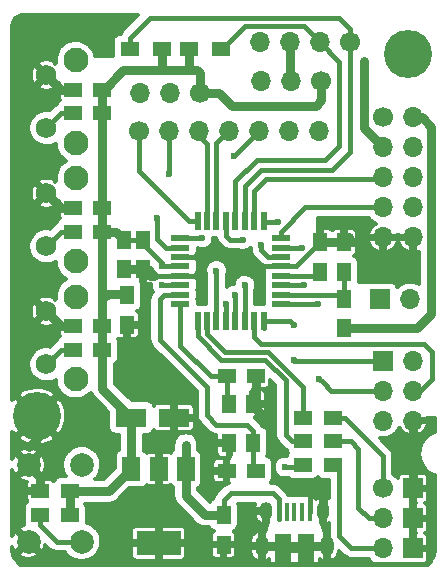
<source format=gbr>
G04 #@! TF.FileFunction,Copper,L1,Top,Signal*
%FSLAX46Y46*%
G04 Gerber Fmt 4.6, Leading zero omitted, Abs format (unit mm)*
G04 Created by KiCad (PCBNEW 4.0.7) date 01/10/19 16:23:13*
%MOMM*%
%LPD*%
G01*
G04 APERTURE LIST*
%ADD10C,0.100000*%
%ADD11C,1.700000*%
%ADD12O,1.700000X1.700000*%
%ADD13R,1.700000X1.700000*%
%ADD14R,0.400000X1.650000*%
%ADD15O,1.100000X1.500000*%
%ADD16O,1.200000X1.700000*%
%ADD17R,1.430000X2.500000*%
%ADD18C,2.100000*%
%ADD19C,1.750000*%
%ADD20C,4.064000*%
%ADD21R,1.600000X0.550000*%
%ADD22R,0.550000X1.600000*%
%ADD23R,1.250000X1.500000*%
%ADD24R,2.600000X1.600000*%
%ADD25R,1.500000X1.250000*%
%ADD26R,3.800000X2.000000*%
%ADD27R,1.500000X2.000000*%
%ADD28R,1.300000X1.600000*%
%ADD29C,2.000000*%
%ADD30R,1.500000X1.300000*%
%ADD31C,0.600000*%
%ADD32C,0.450000*%
%ADD33C,0.800000*%
%ADD34C,0.400000*%
%ADD35C,0.300000*%
G04 APERTURE END LIST*
D10*
D11*
X113680000Y-84200000D03*
D12*
X111140000Y-84200000D03*
X108600000Y-84200000D03*
X106060000Y-84200000D03*
D13*
X116250000Y-106000000D03*
D12*
X118790000Y-106000000D03*
D11*
X116500000Y-122000000D03*
D13*
X119040000Y-122000000D03*
D12*
X116500000Y-124540000D03*
D13*
X119040000Y-124540000D03*
D12*
X116500000Y-127080000D03*
D13*
X119040000Y-127080000D03*
D11*
X111250000Y-87500000D03*
D12*
X108710000Y-87500000D03*
X106170000Y-87500000D03*
D11*
X101000000Y-88500000D03*
D12*
X98460000Y-88500000D03*
X95920000Y-88500000D03*
D13*
X116500000Y-111170000D03*
D12*
X119040000Y-111170000D03*
X116500000Y-113710000D03*
X119040000Y-113710000D03*
X116500000Y-116250000D03*
X119040000Y-116250000D03*
D11*
X116500000Y-90590000D03*
D12*
X119040000Y-90590000D03*
X116500000Y-93130000D03*
X119040000Y-93130000D03*
X116500000Y-95670000D03*
X119040000Y-95670000D03*
X116500000Y-98210000D03*
X119040000Y-98210000D03*
X116500000Y-100750000D03*
X119040000Y-100750000D03*
D11*
X95850000Y-91700000D03*
D12*
X98390000Y-91700000D03*
X100930000Y-91700000D03*
X103470000Y-91700000D03*
X106010000Y-91700000D03*
X108550000Y-91700000D03*
X111090000Y-91700000D03*
D14*
X107700000Y-124000000D03*
X108350000Y-124000000D03*
X109000000Y-124000000D03*
X109650000Y-124000000D03*
X110300000Y-124000000D03*
D15*
X106580000Y-123880000D03*
X111420000Y-123880000D03*
D16*
X106270000Y-126880000D03*
X111730000Y-126880000D03*
D17*
X108040000Y-127120000D03*
X109960000Y-127120000D03*
D18*
X90490000Y-102760000D03*
D19*
X88000000Y-101500000D03*
X88000000Y-97000000D03*
D18*
X90490000Y-95750000D03*
X90490000Y-112760000D03*
D19*
X88000000Y-111500000D03*
X88000000Y-107000000D03*
D18*
X90490000Y-105750000D03*
D20*
X87200000Y-115900000D03*
D21*
X99350000Y-100800000D03*
X99350000Y-101600000D03*
X99350000Y-102400000D03*
X99350000Y-103200000D03*
X99350000Y-104000000D03*
X99350000Y-104800000D03*
X99350000Y-105600000D03*
X99350000Y-106400000D03*
D22*
X100800000Y-107850000D03*
X101600000Y-107850000D03*
X102400000Y-107850000D03*
X103200000Y-107850000D03*
X104000000Y-107850000D03*
X104800000Y-107850000D03*
X105600000Y-107850000D03*
X106400000Y-107850000D03*
D21*
X107850000Y-106400000D03*
X107850000Y-105600000D03*
X107850000Y-104800000D03*
X107850000Y-104000000D03*
X107850000Y-103200000D03*
X107850000Y-102400000D03*
X107850000Y-101600000D03*
X107850000Y-100800000D03*
D22*
X106400000Y-99350000D03*
X105600000Y-99350000D03*
X104800000Y-99350000D03*
X104000000Y-99350000D03*
X103200000Y-99350000D03*
X102400000Y-99350000D03*
X101600000Y-99350000D03*
X100800000Y-99350000D03*
D23*
X94850000Y-105650000D03*
X94850000Y-108150000D03*
X113200000Y-101150000D03*
X113200000Y-103650000D03*
X94600000Y-100950000D03*
X94600000Y-103450000D03*
X96200000Y-100950000D03*
X96200000Y-103450000D03*
X111200000Y-101150000D03*
X111200000Y-103650000D03*
X103000000Y-124250000D03*
X103000000Y-126750000D03*
D24*
X95200000Y-116000000D03*
X98800000Y-116000000D03*
D25*
X105750000Y-120500000D03*
X103250000Y-120500000D03*
X103250000Y-112500000D03*
X105750000Y-112500000D03*
X87500000Y-124250000D03*
X90000000Y-124250000D03*
D23*
X113200000Y-105950000D03*
X113200000Y-108450000D03*
D25*
X90250000Y-90250000D03*
X92750000Y-90250000D03*
X90250000Y-100250000D03*
X92750000Y-100250000D03*
X90250000Y-110250000D03*
X92750000Y-110250000D03*
X112250000Y-116000000D03*
X109750000Y-116000000D03*
X112250000Y-118000000D03*
X109750000Y-118000000D03*
X112250000Y-120000000D03*
X109750000Y-120000000D03*
D18*
X90490000Y-92760000D03*
D19*
X88000000Y-91500000D03*
X88000000Y-87000000D03*
D18*
X90490000Y-85750000D03*
D26*
X97500000Y-126650000D03*
D27*
X97500000Y-120350000D03*
X95200000Y-120350000D03*
X99800000Y-120350000D03*
D28*
X105500000Y-118150000D03*
X105500000Y-114850000D03*
X103500000Y-114850000D03*
X103500000Y-118150000D03*
D29*
X91000000Y-120000000D03*
X86500000Y-120000000D03*
X91000000Y-126500000D03*
X86500000Y-126500000D03*
D25*
X90000000Y-122250000D03*
X87500000Y-122250000D03*
X92750000Y-108250000D03*
X90250000Y-108250000D03*
X92750000Y-98250000D03*
X90250000Y-98250000D03*
X92750000Y-88250000D03*
X90250000Y-88250000D03*
D30*
X100100000Y-84800000D03*
X102800000Y-84800000D03*
X97750000Y-84800000D03*
X95050000Y-84800000D03*
D20*
X118600000Y-85200000D03*
D31*
X97800000Y-103200000D03*
X97800000Y-104800000D03*
X119200000Y-108450000D03*
X114850000Y-85800000D03*
X99800000Y-118300000D03*
X106200000Y-101400000D03*
X109800000Y-104800000D03*
X108925010Y-108150564D03*
X108925010Y-111123365D03*
X110987340Y-106412660D03*
X111112660Y-112712660D03*
X104620484Y-100926842D03*
X109600000Y-101600000D03*
X107600000Y-99400000D03*
X98400000Y-95400000D03*
X97400000Y-99100000D03*
X102400000Y-103550000D03*
X103850000Y-93860000D03*
X104800000Y-104800000D03*
X104000000Y-105600000D03*
X103200000Y-106400000D03*
X108200000Y-120200000D03*
X101200000Y-100800000D03*
D32*
X99350000Y-103200000D02*
X97800000Y-103200000D01*
X97800000Y-103200000D02*
X97800000Y-102909998D01*
X97800000Y-102909998D02*
X96200000Y-101309998D01*
X96200000Y-101309998D02*
X96200000Y-100950000D01*
X98100000Y-104800000D02*
X97800000Y-104800000D01*
X99350000Y-104800000D02*
X98100000Y-104800000D01*
D33*
X92750000Y-100250000D02*
X93900000Y-100250000D01*
X93900000Y-100250000D02*
X94600000Y-100950000D01*
D32*
X96200000Y-100950000D02*
X94600000Y-100950000D01*
D33*
X92750000Y-100250000D02*
X92750000Y-105925000D01*
X92750000Y-100250000D02*
X92750000Y-100550000D01*
X113200000Y-108450000D02*
X119200000Y-108450000D01*
X90000000Y-122250000D02*
X93300000Y-122250000D01*
X93300000Y-122250000D02*
X95200000Y-120350000D01*
X90000000Y-124250000D02*
X90000000Y-122250000D01*
X95200000Y-116000000D02*
X95200000Y-120350000D01*
X92750000Y-110250000D02*
X92750000Y-113550000D01*
X92750000Y-113550000D02*
X95200000Y-116000000D01*
X92750000Y-108250000D02*
X92750000Y-110250000D01*
X94600000Y-105500000D02*
X93175000Y-105500000D01*
X93175000Y-105500000D02*
X92750000Y-105925000D01*
X92750000Y-105925000D02*
X92750000Y-108250000D01*
X92750000Y-98250000D02*
X92750000Y-100250000D01*
X92750000Y-90250000D02*
X92750000Y-98250000D01*
X103750000Y-89600000D02*
X110800000Y-89600000D01*
X110800000Y-89600000D02*
X111250000Y-89150000D01*
X111250000Y-89150000D02*
X111250000Y-87500000D01*
X101000000Y-88500000D02*
X102650000Y-88500000D01*
X102650000Y-88500000D02*
X103750000Y-89600000D01*
X94525000Y-86600000D02*
X97800000Y-86600000D01*
X97800000Y-86600000D02*
X100000000Y-86600000D01*
X97750000Y-84800000D02*
X97750000Y-86550000D01*
X97750000Y-86550000D02*
X97800000Y-86600000D01*
X100000000Y-86600000D02*
X100750000Y-86600000D01*
X100100000Y-84800000D02*
X100100000Y-86500000D01*
X100100000Y-86500000D02*
X100000000Y-86600000D01*
X100750000Y-86600000D02*
X101000000Y-86850000D01*
X101000000Y-86850000D02*
X101000000Y-88500000D01*
X92750000Y-88250000D02*
X92875000Y-88250000D01*
X92875000Y-88250000D02*
X94525000Y-86600000D01*
X92750000Y-88250000D02*
X92750000Y-90250000D01*
X119350000Y-108450000D02*
X119200000Y-108450000D01*
X119350000Y-108450000D02*
X120600000Y-107200000D01*
X120600000Y-107200000D02*
X120600000Y-91400000D01*
X120600000Y-91400000D02*
X119790000Y-90590000D01*
X119790000Y-90590000D02*
X119040000Y-90590000D01*
D32*
X85805001Y-128355001D02*
X85400000Y-127950000D01*
X106800000Y-128355001D02*
X120244999Y-128355001D01*
X106445001Y-128355001D02*
X106800000Y-128355001D01*
X106800000Y-128355001D02*
X85805001Y-128355001D01*
X106270000Y-126880000D02*
X106270000Y-128180000D01*
X106270000Y-128180000D02*
X106445001Y-128355001D01*
X120244999Y-128355001D02*
X120500000Y-128100000D01*
X120340000Y-127080000D02*
X119040000Y-127080000D01*
X120500000Y-128100000D02*
X120500000Y-127240000D01*
X120500000Y-127240000D02*
X120340000Y-127080000D01*
D33*
X113200000Y-101150000D02*
X114950000Y-101150000D01*
X97150000Y-104000000D02*
X96750000Y-104000000D01*
X96750000Y-104000000D02*
X96200000Y-103450000D01*
X111730000Y-126880000D02*
X111730000Y-127130000D01*
X111225000Y-122225000D02*
X111420000Y-122420000D01*
X111420000Y-122420000D02*
X111420000Y-123880000D01*
X110800000Y-122225000D02*
X111225000Y-122225000D01*
D34*
X110300000Y-124000000D02*
X110300000Y-122725000D01*
D33*
X106600000Y-116100000D02*
X106600000Y-116600000D01*
X105500000Y-114850000D02*
X105500000Y-115000000D01*
X105500000Y-115000000D02*
X106600000Y-116100000D01*
D32*
X99350000Y-104000000D02*
X100600000Y-104000000D01*
X100600000Y-104000000D02*
X101200000Y-103400000D01*
X101200000Y-103400000D02*
X101200000Y-102400000D01*
X99350000Y-104000000D02*
X97150000Y-104000000D01*
D33*
X97150000Y-104000000D02*
X96600000Y-103450000D01*
X94600000Y-103450000D02*
X96600000Y-103450000D01*
D32*
X107850000Y-103200000D02*
X109150000Y-103200000D01*
X109150000Y-103200000D02*
X111200000Y-101150000D01*
D33*
X86500000Y-118500000D02*
X88600000Y-116400000D01*
D32*
X99350000Y-102400000D02*
X100600000Y-102400000D01*
X99350000Y-102400000D02*
X100800000Y-102400000D01*
X100800000Y-102400000D02*
X101200000Y-102400000D01*
D33*
X87500000Y-122250000D02*
X87500000Y-121000000D01*
X87500000Y-121000000D02*
X86500000Y-120000000D01*
X111200000Y-101150000D02*
X113200000Y-101150000D01*
X113600000Y-100750000D02*
X113200000Y-101150000D01*
X90250000Y-88250000D02*
X89250000Y-88250000D01*
X89250000Y-88250000D02*
X88000000Y-87000000D01*
D32*
X101200000Y-102400000D02*
X103000000Y-102400000D01*
X103000000Y-102400000D02*
X103800000Y-103200000D01*
X103800000Y-103200000D02*
X107850000Y-103200000D01*
D33*
X106270000Y-126880000D02*
X111730000Y-126880000D01*
X105750000Y-112500000D02*
X105750000Y-114600000D01*
X105750000Y-114600000D02*
X105500000Y-114850000D01*
X119040000Y-116250000D02*
X119040000Y-117452081D01*
X119040000Y-117452081D02*
X119040000Y-122000000D01*
X90250000Y-108250000D02*
X89250000Y-108250000D01*
X89250000Y-108250000D02*
X88000000Y-107000000D01*
X87335787Y-122250000D02*
X87500000Y-122250000D01*
X88000000Y-97000000D02*
X89250000Y-98250000D01*
X89250000Y-98250000D02*
X90250000Y-98250000D01*
D32*
X107850000Y-105600000D02*
X113050000Y-105600000D01*
X113050000Y-105600000D02*
X113200000Y-105750000D01*
X113200000Y-103450000D02*
X113200000Y-105750000D01*
X107850000Y-104000000D02*
X110650000Y-104000000D01*
X110650000Y-104000000D02*
X111200000Y-103450000D01*
D33*
X114850000Y-86224264D02*
X114850000Y-85800000D01*
X116500000Y-93130000D02*
X114850000Y-91480000D01*
X114850000Y-91480000D02*
X114850000Y-86224264D01*
X99800000Y-118900000D02*
X99800000Y-118300000D01*
X99800000Y-120350000D02*
X99800000Y-118900000D01*
X99800000Y-120350000D02*
X99800000Y-122600000D01*
X99800000Y-122600000D02*
X101450000Y-124250000D01*
X101450000Y-124250000D02*
X103000000Y-124250000D01*
D32*
X103000000Y-123000000D02*
X103600000Y-122400000D01*
X103600000Y-122400000D02*
X107200000Y-122400000D01*
D33*
X99800000Y-120350000D02*
X99800000Y-121400000D01*
D32*
X103000000Y-124250000D02*
X103000000Y-123000000D01*
X107200000Y-122400000D02*
X107700000Y-122900000D01*
X107700000Y-122900000D02*
X107700000Y-124000000D01*
D33*
X99800000Y-120350000D02*
X99800000Y-120925000D01*
X103000000Y-124125000D02*
X103000000Y-124250000D01*
D32*
X107700000Y-124000000D02*
X107700000Y-124625000D01*
X99350000Y-105600000D02*
X98000000Y-105600000D01*
X98000000Y-105600000D02*
X97600000Y-106000000D01*
X97600000Y-106000000D02*
X97600000Y-109400000D01*
X97600000Y-109400000D02*
X101600000Y-113400000D01*
X101600000Y-113400000D02*
X101600000Y-115800000D01*
X101600000Y-115800000D02*
X102400000Y-116600000D01*
X105000000Y-116600000D02*
X105500000Y-117100000D01*
X102400000Y-116600000D02*
X105000000Y-116600000D01*
X105500000Y-117100000D02*
X105500000Y-118150000D01*
X105500000Y-118150000D02*
X105500000Y-120250000D01*
X105500000Y-120250000D02*
X105750000Y-120500000D01*
X99350000Y-106400000D02*
X99350000Y-109950000D01*
X99350000Y-109950000D02*
X101900000Y-112500000D01*
X101900000Y-112500000D02*
X103250000Y-112500000D01*
X103250000Y-112500000D02*
X103250000Y-114600000D01*
X103250000Y-114600000D02*
X103500000Y-114850000D01*
X107850000Y-102400000D02*
X106800000Y-102400000D01*
X106800000Y-102400000D02*
X106200000Y-101800000D01*
X106200000Y-101800000D02*
X106200000Y-101400000D01*
X109800000Y-104800000D02*
X107850000Y-104800000D01*
X116500000Y-111170000D02*
X108971645Y-111170000D01*
X108971645Y-111170000D02*
X108925010Y-111123365D01*
X108624446Y-107850000D02*
X108625011Y-107850565D01*
X106400000Y-107850000D02*
X108624446Y-107850000D01*
X108625011Y-107850565D02*
X108925010Y-108150564D01*
X106400000Y-108375000D02*
X106400000Y-107850000D01*
X110974680Y-106400000D02*
X110987340Y-106412660D01*
X107850000Y-106400000D02*
X110974680Y-106400000D01*
X111412659Y-113012659D02*
X111112660Y-112712660D01*
X116500000Y-113710000D02*
X112110000Y-113710000D01*
X112110000Y-113710000D02*
X111412659Y-113012659D01*
X119040000Y-113710000D02*
X119640000Y-113710000D01*
X105600000Y-109200000D02*
X105600000Y-107850000D01*
X119640000Y-113710000D02*
X120650000Y-112700000D01*
X120650000Y-112700000D02*
X120650000Y-110450000D01*
X106200000Y-109800000D02*
X105600000Y-109200000D01*
X120650000Y-110450000D02*
X120000000Y-109800000D01*
X120000000Y-109800000D02*
X106200000Y-109800000D01*
X103200000Y-100600000D02*
X103526842Y-100926842D01*
X103200000Y-99350000D02*
X103200000Y-100600000D01*
X104196220Y-100926842D02*
X104620484Y-100926842D01*
X103526842Y-100926842D02*
X104196220Y-100926842D01*
X87500000Y-124250000D02*
X87500000Y-125125000D01*
X87500000Y-125125000D02*
X88875000Y-126500000D01*
X88875000Y-126500000D02*
X89585787Y-126500000D01*
X89585787Y-126500000D02*
X91000000Y-126500000D01*
X109100000Y-101600000D02*
X109600000Y-101600000D01*
X107850000Y-101600000D02*
X109100000Y-101600000D01*
X107850000Y-100800000D02*
X107850000Y-100275000D01*
X107850000Y-100275000D02*
X109915000Y-98210000D01*
X109915000Y-98210000D02*
X115297919Y-98210000D01*
X115297919Y-98210000D02*
X116500000Y-98210000D01*
X107600000Y-99400000D02*
X106450000Y-99400000D01*
X106450000Y-99400000D02*
X106400000Y-99350000D01*
X106600000Y-95800000D02*
X105600000Y-96800000D01*
X116500000Y-95670000D02*
X116370000Y-95800000D01*
X116370000Y-95800000D02*
X106600000Y-95800000D01*
X105600000Y-96800000D02*
X105600000Y-98400000D01*
X105600000Y-99350000D02*
X105600000Y-98400000D01*
X105600000Y-98400000D02*
X105600000Y-98300000D01*
X112750000Y-116000000D02*
X113250000Y-116000000D01*
X113250000Y-116000000D02*
X116500000Y-119250000D01*
X116500000Y-119250000D02*
X116500000Y-122000000D01*
X112750000Y-118000000D02*
X113750000Y-118000000D01*
X113750000Y-118000000D02*
X114400000Y-118650000D01*
X114400000Y-118650000D02*
X114400000Y-123650000D01*
X114400000Y-123650000D02*
X115290000Y-124540000D01*
X115290000Y-124540000D02*
X116500000Y-124540000D01*
X112750000Y-120000000D02*
X112800000Y-120050000D01*
X112800000Y-120050000D02*
X112800000Y-126050000D01*
X112800000Y-126050000D02*
X113830000Y-127080000D01*
X113830000Y-127080000D02*
X116500000Y-127080000D01*
X95850000Y-91700000D02*
X95850000Y-95125000D01*
X95850000Y-95125000D02*
X100075000Y-99350000D01*
X100075000Y-99350000D02*
X100800000Y-99350000D01*
X98400000Y-93000000D02*
X98400000Y-92650008D01*
X98400000Y-95400000D02*
X98400000Y-93000000D01*
X98400000Y-93000000D02*
X98390000Y-92990000D01*
X98390000Y-92990000D02*
X98390000Y-91700000D01*
X98400000Y-92650008D02*
X98390000Y-92650008D01*
X97400000Y-100900000D02*
X97400000Y-99100000D01*
X99350000Y-101600000D02*
X98100000Y-101600000D01*
X98100000Y-101600000D02*
X97400000Y-100900000D01*
X100930000Y-91700000D02*
X100930000Y-92180000D01*
X100930000Y-92180000D02*
X101600000Y-92850000D01*
X101600000Y-92850000D02*
X101600000Y-99350000D01*
X103470000Y-91700000D02*
X102400000Y-92770000D01*
X102400000Y-92770000D02*
X102400000Y-99350000D01*
X102400000Y-107850000D02*
X102400000Y-103550000D01*
X106010000Y-91700000D02*
X103850000Y-93860000D01*
X113680000Y-84200000D02*
X113680000Y-93520000D01*
X113680000Y-93520000D02*
X112200000Y-95000000D01*
X112200000Y-95000000D02*
X106200000Y-95000000D01*
X106200000Y-95000000D02*
X104800000Y-96400000D01*
X104800000Y-96400000D02*
X104800000Y-98100000D01*
X104800000Y-98100000D02*
X104800000Y-99350000D01*
X113680000Y-84200000D02*
X113680000Y-83100000D01*
X113680000Y-83100000D02*
X112780000Y-82200000D01*
X112780000Y-82200000D02*
X96750000Y-82200000D01*
X96750000Y-82200000D02*
X95050000Y-83900000D01*
X95050000Y-83900000D02*
X95050000Y-84800000D01*
X95150000Y-84800000D02*
X95050000Y-84800000D01*
X104800000Y-98300000D02*
X104800000Y-99350000D01*
X111140000Y-84200000D02*
X112800000Y-85860000D01*
X112800000Y-85860000D02*
X112800000Y-93000000D01*
X112800000Y-93000000D02*
X111600000Y-94200000D01*
X111600000Y-94200000D02*
X105800000Y-94200000D01*
X105800000Y-94200000D02*
X104000000Y-96000000D01*
X104000000Y-96000000D02*
X104000000Y-98100000D01*
X104000000Y-98100000D02*
X104000000Y-99350000D01*
X104849989Y-82850011D02*
X102900000Y-84800000D01*
X111140000Y-84200000D02*
X109790011Y-82850011D01*
X109790011Y-82850011D02*
X104849989Y-82850011D01*
X102900000Y-84800000D02*
X102800000Y-84800000D01*
D33*
X108600000Y-84200000D02*
X108600000Y-87390000D01*
D32*
X108600000Y-87390000D02*
X108710000Y-87500000D01*
X90250000Y-90250000D02*
X89250000Y-90250000D01*
X89250000Y-90250000D02*
X88000000Y-91500000D01*
X104800000Y-107850000D02*
X104800000Y-104800000D01*
X104000000Y-107850000D02*
X104000000Y-105600000D01*
X90250000Y-100250000D02*
X89250000Y-100250000D01*
X89250000Y-100250000D02*
X88000000Y-101500000D01*
X103200000Y-106600000D02*
X103200000Y-106400000D01*
X103200000Y-107850000D02*
X103200000Y-106600000D01*
X90250000Y-110250000D02*
X89250000Y-110250000D01*
X89250000Y-110250000D02*
X88000000Y-111500000D01*
X108200000Y-120200000D02*
X109550000Y-120200000D01*
X109550000Y-120200000D02*
X109750000Y-120000000D01*
X99350000Y-100800000D02*
X101200000Y-100800000D01*
X100800000Y-107850000D02*
X100800000Y-109100000D01*
X102800022Y-111100022D02*
X106500022Y-111100022D01*
X100800000Y-109100000D02*
X102800022Y-111100022D01*
X108250000Y-117450000D02*
X108800000Y-118000000D01*
X106500022Y-111100022D02*
X108250000Y-112850000D01*
X108250000Y-112850000D02*
X108250000Y-117450000D01*
X108800000Y-118000000D02*
X109750000Y-118000000D01*
X109750000Y-114925000D02*
X109750000Y-116000000D01*
X106769265Y-110450011D02*
X109750000Y-113430746D01*
X103150011Y-110450011D02*
X106769265Y-110450011D01*
X109750000Y-113430746D02*
X109750000Y-114925000D01*
X101600000Y-108900000D02*
X103150011Y-110450011D01*
X101600000Y-107850000D02*
X101600000Y-108900000D01*
D35*
G36*
X86039877Y-81924929D02*
X86050000Y-81925000D01*
X95787564Y-81925000D01*
X94431282Y-83281282D01*
X94379967Y-83343752D01*
X94328026Y-83405654D01*
X94325812Y-83409681D01*
X94322888Y-83413241D01*
X94284663Y-83484531D01*
X94276874Y-83498699D01*
X94196490Y-83505109D01*
X94020926Y-83559478D01*
X93867459Y-83660606D01*
X93748242Y-83800484D01*
X93672714Y-83968038D01*
X93646855Y-84150000D01*
X93646855Y-85400000D01*
X92153778Y-85400000D01*
X92125318Y-85256268D01*
X91998274Y-84948036D01*
X91813780Y-84670351D01*
X91578864Y-84433789D01*
X91302474Y-84247361D01*
X90995136Y-84118169D01*
X90668558Y-84051132D01*
X90335179Y-84048804D01*
X90007697Y-84111275D01*
X89698586Y-84236164D01*
X89419619Y-84418715D01*
X89181423Y-84651973D01*
X88993070Y-84927056D01*
X88861735Y-85233484D01*
X88792420Y-85559586D01*
X88787765Y-85892941D01*
X88801641Y-85968546D01*
X88739301Y-86030886D01*
X88645267Y-85835404D01*
X88405667Y-85731896D01*
X88150478Y-85677121D01*
X87889505Y-85673183D01*
X87632779Y-85720234D01*
X87390165Y-85816465D01*
X87354733Y-85835404D01*
X87260698Y-86030888D01*
X88000000Y-86770190D01*
X88014142Y-86756048D01*
X88243952Y-86985858D01*
X88229810Y-87000000D01*
X88969112Y-87739302D01*
X89050000Y-87700392D01*
X89050000Y-87975000D01*
X89162500Y-88087500D01*
X90087500Y-88087500D01*
X90087500Y-88067500D01*
X90412500Y-88067500D01*
X90412500Y-88087500D01*
X90432500Y-88087500D01*
X90432500Y-88412500D01*
X90412500Y-88412500D01*
X90412500Y-88432500D01*
X90087500Y-88432500D01*
X90087500Y-88412500D01*
X89162500Y-88412500D01*
X89050000Y-88525000D01*
X89050000Y-88919321D01*
X89067293Y-89006260D01*
X89101215Y-89088155D01*
X89112909Y-89105656D01*
X89067459Y-89135606D01*
X88948242Y-89275484D01*
X88872714Y-89443038D01*
X88869440Y-89466078D01*
X88845183Y-89478976D01*
X88773441Y-89516163D01*
X88769845Y-89519034D01*
X88765782Y-89521194D01*
X88703173Y-89572257D01*
X88639980Y-89622703D01*
X88633577Y-89629018D01*
X88633445Y-89629126D01*
X88633343Y-89629249D01*
X88631282Y-89631282D01*
X88265026Y-89997538D01*
X88160177Y-89976016D01*
X87861117Y-89973928D01*
X87567346Y-90029967D01*
X87290055Y-90142000D01*
X87039805Y-90305759D01*
X86826130Y-90515006D01*
X86657166Y-90761771D01*
X86539351Y-91036655D01*
X86477171Y-91329187D01*
X86472995Y-91628226D01*
X86526983Y-91922381D01*
X86637077Y-92200447D01*
X86799085Y-92451834D01*
X87006835Y-92666965D01*
X87252414Y-92837647D01*
X87526469Y-92957379D01*
X87818560Y-93021599D01*
X88117563Y-93027863D01*
X88412087Y-92975930D01*
X88690915Y-92867780D01*
X88789126Y-92805453D01*
X88787765Y-92902941D01*
X88847948Y-93230851D01*
X88970676Y-93540827D01*
X89151274Y-93821061D01*
X89382865Y-94060880D01*
X89656625Y-94251148D01*
X89668056Y-94256142D01*
X89419619Y-94418715D01*
X89181423Y-94651973D01*
X88993070Y-94927056D01*
X88861735Y-95233484D01*
X88792420Y-95559586D01*
X88787765Y-95892941D01*
X88801641Y-95968546D01*
X88739301Y-96030886D01*
X88645267Y-95835404D01*
X88405667Y-95731896D01*
X88150478Y-95677121D01*
X87889505Y-95673183D01*
X87632779Y-95720234D01*
X87390165Y-95816465D01*
X87354733Y-95835404D01*
X87260698Y-96030888D01*
X88000000Y-96770190D01*
X88014142Y-96756048D01*
X88243952Y-96985858D01*
X88229810Y-97000000D01*
X88969112Y-97739302D01*
X89050000Y-97700392D01*
X89050000Y-97975000D01*
X89162500Y-98087500D01*
X90087500Y-98087500D01*
X90087500Y-98067500D01*
X90412500Y-98067500D01*
X90412500Y-98087500D01*
X90432500Y-98087500D01*
X90432500Y-98412500D01*
X90412500Y-98412500D01*
X90412500Y-98432500D01*
X90087500Y-98432500D01*
X90087500Y-98412500D01*
X89162500Y-98412500D01*
X89050000Y-98525000D01*
X89050000Y-98919321D01*
X89067293Y-99006260D01*
X89101215Y-99088155D01*
X89112909Y-99105656D01*
X89067459Y-99135606D01*
X88948242Y-99275484D01*
X88872714Y-99443038D01*
X88869440Y-99466078D01*
X88845183Y-99478976D01*
X88773441Y-99516163D01*
X88769845Y-99519034D01*
X88765782Y-99521194D01*
X88703173Y-99572257D01*
X88639980Y-99622703D01*
X88633577Y-99629018D01*
X88633445Y-99629126D01*
X88633343Y-99629249D01*
X88631282Y-99631282D01*
X88265026Y-99997538D01*
X88160177Y-99976016D01*
X87861117Y-99973928D01*
X87567346Y-100029967D01*
X87290055Y-100142000D01*
X87039805Y-100305759D01*
X86826130Y-100515006D01*
X86657166Y-100761771D01*
X86539351Y-101036655D01*
X86477171Y-101329187D01*
X86472995Y-101628226D01*
X86526983Y-101922381D01*
X86637077Y-102200447D01*
X86799085Y-102451834D01*
X87006835Y-102666965D01*
X87252414Y-102837647D01*
X87526469Y-102957379D01*
X87818560Y-103021599D01*
X88117563Y-103027863D01*
X88412087Y-102975930D01*
X88690915Y-102867780D01*
X88789126Y-102805453D01*
X88787765Y-102902941D01*
X88847948Y-103230851D01*
X88970676Y-103540827D01*
X89151274Y-103821061D01*
X89382865Y-104060880D01*
X89656625Y-104251148D01*
X89668056Y-104256142D01*
X89419619Y-104418715D01*
X89181423Y-104651973D01*
X88993070Y-104927056D01*
X88861735Y-105233484D01*
X88792420Y-105559586D01*
X88787765Y-105892941D01*
X88801641Y-105968546D01*
X88739301Y-106030886D01*
X88645267Y-105835404D01*
X88405667Y-105731896D01*
X88150478Y-105677121D01*
X87889505Y-105673183D01*
X87632779Y-105720234D01*
X87390165Y-105816465D01*
X87354733Y-105835404D01*
X87260698Y-106030888D01*
X88000000Y-106770190D01*
X88014142Y-106756048D01*
X88243952Y-106985858D01*
X88229810Y-107000000D01*
X88969112Y-107739302D01*
X89050000Y-107700392D01*
X89050000Y-107975000D01*
X89162500Y-108087500D01*
X90087500Y-108087500D01*
X90087500Y-108067500D01*
X90412500Y-108067500D01*
X90412500Y-108087500D01*
X90432500Y-108087500D01*
X90432500Y-108412500D01*
X90412500Y-108412500D01*
X90412500Y-108432500D01*
X90087500Y-108432500D01*
X90087500Y-108412500D01*
X89162500Y-108412500D01*
X89050000Y-108525000D01*
X89050000Y-108919321D01*
X89067293Y-109006260D01*
X89101215Y-109088155D01*
X89112909Y-109105656D01*
X89067459Y-109135606D01*
X88948242Y-109275484D01*
X88872714Y-109443038D01*
X88869440Y-109466078D01*
X88845183Y-109478976D01*
X88773441Y-109516163D01*
X88769845Y-109519034D01*
X88765782Y-109521194D01*
X88703173Y-109572257D01*
X88639980Y-109622703D01*
X88633577Y-109629018D01*
X88633445Y-109629126D01*
X88633343Y-109629249D01*
X88631282Y-109631282D01*
X88265026Y-109997538D01*
X88160177Y-109976016D01*
X87861117Y-109973928D01*
X87567346Y-110029967D01*
X87290055Y-110142000D01*
X87039805Y-110305759D01*
X86826130Y-110515006D01*
X86657166Y-110761771D01*
X86539351Y-111036655D01*
X86477171Y-111329187D01*
X86472995Y-111628226D01*
X86526983Y-111922381D01*
X86637077Y-112200447D01*
X86799085Y-112451834D01*
X87006835Y-112666965D01*
X87252414Y-112837647D01*
X87526469Y-112957379D01*
X87818560Y-113021599D01*
X88117563Y-113027863D01*
X88412087Y-112975930D01*
X88690915Y-112867780D01*
X88789126Y-112805453D01*
X88787765Y-112902941D01*
X88847948Y-113230851D01*
X88970676Y-113540827D01*
X89151274Y-113821061D01*
X89382865Y-114060880D01*
X89656625Y-114251148D01*
X89962129Y-114384619D01*
X90287739Y-114456209D01*
X90621053Y-114463191D01*
X90949376Y-114405299D01*
X91260201Y-114284738D01*
X91541689Y-114106100D01*
X91762323Y-113895993D01*
X91775090Y-113939936D01*
X91777631Y-113944838D01*
X91779227Y-113950124D01*
X91824755Y-114035749D01*
X91869396Y-114121871D01*
X91872842Y-114126187D01*
X91875433Y-114131061D01*
X91936712Y-114206196D01*
X91997244Y-114282024D01*
X92004823Y-114289709D01*
X92004951Y-114289866D01*
X92005097Y-114289986D01*
X92007538Y-114292462D01*
X93246855Y-115531779D01*
X93246855Y-116800000D01*
X93255109Y-116903510D01*
X93309478Y-117079074D01*
X93410606Y-117232541D01*
X93550484Y-117351758D01*
X93718038Y-117427286D01*
X93900000Y-117453145D01*
X94150000Y-117453145D01*
X94150000Y-118773267D01*
X94017459Y-118860606D01*
X93898242Y-119000484D01*
X93822714Y-119168038D01*
X93796855Y-119350000D01*
X93796855Y-120268221D01*
X92865076Y-121200000D01*
X92132603Y-121200000D01*
X92255086Y-121083361D01*
X92441609Y-120818948D01*
X92573221Y-120523341D01*
X92644910Y-120207800D01*
X92650071Y-119838209D01*
X92587220Y-119520790D01*
X92463913Y-119221624D01*
X92284846Y-118952106D01*
X92056839Y-118722501D01*
X91788577Y-118541557D01*
X91490279Y-118416164D01*
X91173307Y-118351099D01*
X90849733Y-118348840D01*
X90531882Y-118409473D01*
X90231863Y-118530689D01*
X89961101Y-118707870D01*
X89729911Y-118934268D01*
X89547098Y-119201260D01*
X89419625Y-119498676D01*
X89352349Y-119815186D01*
X89347831Y-120138737D01*
X89406243Y-120457002D01*
X89525362Y-120757861D01*
X89663272Y-120971855D01*
X89250000Y-120971855D01*
X89146490Y-120980109D01*
X88970926Y-121034478D01*
X88817459Y-121135606D01*
X88698242Y-121275484D01*
X88641613Y-121401112D01*
X88599538Y-121338142D01*
X88536858Y-121275462D01*
X88463155Y-121226215D01*
X88381260Y-121192293D01*
X88294321Y-121175000D01*
X87775000Y-121175000D01*
X87662500Y-121287500D01*
X87662500Y-122087500D01*
X87682500Y-122087500D01*
X87682500Y-122412500D01*
X87662500Y-122412500D01*
X87662500Y-122432500D01*
X87337500Y-122432500D01*
X87337500Y-122412500D01*
X86412500Y-122412500D01*
X86300000Y-122525000D01*
X86300000Y-122919321D01*
X86317293Y-123006260D01*
X86351215Y-123088155D01*
X86362909Y-123105656D01*
X86317459Y-123135606D01*
X86198242Y-123275484D01*
X86122714Y-123443038D01*
X86096855Y-123625000D01*
X86096855Y-124875000D01*
X86105109Y-124978510D01*
X86139850Y-125090693D01*
X86112996Y-125095321D01*
X85846393Y-125197812D01*
X85780396Y-125233088D01*
X85671158Y-125441348D01*
X86500000Y-126270190D01*
X86514142Y-126256048D01*
X86743952Y-126485858D01*
X86729810Y-126500000D01*
X87558652Y-127328842D01*
X87766912Y-127219604D01*
X87882957Y-126958615D01*
X87922227Y-126784663D01*
X88256282Y-127118719D01*
X88318782Y-127170058D01*
X88380654Y-127221974D01*
X88384681Y-127224188D01*
X88388241Y-127227112D01*
X88459566Y-127265356D01*
X88530301Y-127304243D01*
X88534681Y-127305632D01*
X88538742Y-127307810D01*
X88616128Y-127331469D01*
X88693077Y-127355879D01*
X88697646Y-127356391D01*
X88702050Y-127357738D01*
X88782500Y-127365910D01*
X88862783Y-127374915D01*
X88871774Y-127374978D01*
X88871946Y-127374995D01*
X88872106Y-127374980D01*
X88875000Y-127375000D01*
X89600853Y-127375000D01*
X89700649Y-127529853D01*
X89925428Y-127762618D01*
X90191136Y-127947291D01*
X90487655Y-128076836D01*
X90803688Y-128146321D01*
X91127199Y-128153098D01*
X91445865Y-128096908D01*
X91747548Y-127979893D01*
X92020757Y-127806509D01*
X92255086Y-127583361D01*
X92441609Y-127318948D01*
X92573221Y-127023341D01*
X92595563Y-126925000D01*
X95150000Y-126925000D01*
X95150000Y-127694321D01*
X95167293Y-127781260D01*
X95201215Y-127863155D01*
X95250462Y-127936858D01*
X95313142Y-127999538D01*
X95386845Y-128048785D01*
X95468740Y-128082707D01*
X95555679Y-128100000D01*
X97225000Y-128100000D01*
X97337500Y-127987500D01*
X97337500Y-126812500D01*
X97662500Y-126812500D01*
X97662500Y-127987500D01*
X97775000Y-128100000D01*
X99444321Y-128100000D01*
X99531260Y-128082707D01*
X99613155Y-128048785D01*
X99686858Y-127999538D01*
X99749538Y-127936858D01*
X99798785Y-127863155D01*
X99832707Y-127781260D01*
X99850000Y-127694321D01*
X99850000Y-127025000D01*
X101925000Y-127025000D01*
X101925000Y-127544321D01*
X101942293Y-127631260D01*
X101976215Y-127713155D01*
X102025462Y-127786858D01*
X102088142Y-127849538D01*
X102161845Y-127898785D01*
X102243740Y-127932707D01*
X102330679Y-127950000D01*
X102725000Y-127950000D01*
X102837500Y-127837500D01*
X102837500Y-126912500D01*
X103162500Y-126912500D01*
X103162500Y-127837500D01*
X103275000Y-127950000D01*
X103669321Y-127950000D01*
X103756260Y-127932707D01*
X103838155Y-127898785D01*
X103911858Y-127849538D01*
X103974538Y-127786858D01*
X104023785Y-127713155D01*
X104057707Y-127631260D01*
X104075000Y-127544321D01*
X104075000Y-127208888D01*
X105212578Y-127208888D01*
X105248286Y-127413665D01*
X105323258Y-127607541D01*
X105434613Y-127783065D01*
X105578071Y-127933492D01*
X105748120Y-128053042D01*
X105947224Y-128129157D01*
X106107500Y-128053309D01*
X106107500Y-127042500D01*
X105325756Y-127042500D01*
X105212578Y-127208888D01*
X104075000Y-127208888D01*
X104075000Y-127025000D01*
X103962500Y-126912500D01*
X103162500Y-126912500D01*
X102837500Y-126912500D01*
X102037500Y-126912500D01*
X101925000Y-127025000D01*
X99850000Y-127025000D01*
X99850000Y-126925000D01*
X99737500Y-126812500D01*
X97662500Y-126812500D01*
X97337500Y-126812500D01*
X95262500Y-126812500D01*
X95150000Y-126925000D01*
X92595563Y-126925000D01*
X92644910Y-126707800D01*
X92650071Y-126338209D01*
X92587220Y-126020790D01*
X92463913Y-125721624D01*
X92386880Y-125605679D01*
X95150000Y-125605679D01*
X95150000Y-126375000D01*
X95262500Y-126487500D01*
X97337500Y-126487500D01*
X97337500Y-125312500D01*
X97662500Y-125312500D01*
X97662500Y-126487500D01*
X99737500Y-126487500D01*
X99850000Y-126375000D01*
X99850000Y-125605679D01*
X99832707Y-125518740D01*
X99798785Y-125436845D01*
X99749538Y-125363142D01*
X99686858Y-125300462D01*
X99613155Y-125251215D01*
X99531260Y-125217293D01*
X99444321Y-125200000D01*
X97775000Y-125200000D01*
X97662500Y-125312500D01*
X97337500Y-125312500D01*
X97225000Y-125200000D01*
X95555679Y-125200000D01*
X95468740Y-125217293D01*
X95386845Y-125251215D01*
X95313142Y-125300462D01*
X95250462Y-125363142D01*
X95201215Y-125436845D01*
X95167293Y-125518740D01*
X95150000Y-125605679D01*
X92386880Y-125605679D01*
X92284846Y-125452106D01*
X92056839Y-125222501D01*
X91788577Y-125041557D01*
X91490279Y-124916164D01*
X91399931Y-124897618D01*
X91403145Y-124875000D01*
X91403145Y-123625000D01*
X91394891Y-123521490D01*
X91340522Y-123345926D01*
X91310259Y-123300000D01*
X93300000Y-123300000D01*
X93396509Y-123290537D01*
X93493149Y-123282082D01*
X93498450Y-123280542D01*
X93503946Y-123280003D01*
X93596800Y-123251969D01*
X93689936Y-123224910D01*
X93694838Y-123222369D01*
X93700124Y-123220773D01*
X93785749Y-123175245D01*
X93871871Y-123130604D01*
X93876187Y-123127158D01*
X93881061Y-123124567D01*
X93956196Y-123063288D01*
X94032024Y-123002756D01*
X94039709Y-122995177D01*
X94039866Y-122995049D01*
X94039986Y-122994903D01*
X94042462Y-122992462D01*
X95031779Y-122003145D01*
X95950000Y-122003145D01*
X96053510Y-121994891D01*
X96229074Y-121940522D01*
X96382541Y-121839394D01*
X96487734Y-121715970D01*
X96536845Y-121748785D01*
X96618740Y-121782707D01*
X96705679Y-121800000D01*
X97225000Y-121800000D01*
X97337500Y-121687500D01*
X97337500Y-120512500D01*
X97317500Y-120512500D01*
X97317500Y-120187500D01*
X97337500Y-120187500D01*
X97337500Y-119012500D01*
X97225000Y-118900000D01*
X96705679Y-118900000D01*
X96618740Y-118917293D01*
X96536845Y-118951215D01*
X96484629Y-118986105D01*
X96439394Y-118917459D01*
X96299516Y-118798242D01*
X96250000Y-118775922D01*
X96250000Y-117453145D01*
X96500000Y-117453145D01*
X96603510Y-117444891D01*
X96779074Y-117390522D01*
X96932541Y-117289394D01*
X97051758Y-117149516D01*
X97108387Y-117023888D01*
X97150462Y-117086858D01*
X97213142Y-117149538D01*
X97286845Y-117198785D01*
X97368740Y-117232707D01*
X97455679Y-117250000D01*
X98525000Y-117250000D01*
X98637500Y-117137500D01*
X98637500Y-116162500D01*
X98962500Y-116162500D01*
X98962500Y-117137500D01*
X99075000Y-117250000D01*
X100144321Y-117250000D01*
X100231260Y-117232707D01*
X100313155Y-117198785D01*
X100386858Y-117149538D01*
X100449538Y-117086858D01*
X100498785Y-117013155D01*
X100532707Y-116931260D01*
X100550000Y-116844321D01*
X100550000Y-116275000D01*
X100437500Y-116162500D01*
X98962500Y-116162500D01*
X98637500Y-116162500D01*
X98617500Y-116162500D01*
X98617500Y-115837500D01*
X98637500Y-115837500D01*
X98637500Y-114862500D01*
X98962500Y-114862500D01*
X98962500Y-115837500D01*
X100437500Y-115837500D01*
X100550000Y-115725000D01*
X100550000Y-115155679D01*
X100532707Y-115068740D01*
X100498785Y-114986845D01*
X100449538Y-114913142D01*
X100386858Y-114850462D01*
X100313155Y-114801215D01*
X100231260Y-114767293D01*
X100144321Y-114750000D01*
X99075000Y-114750000D01*
X98962500Y-114862500D01*
X98637500Y-114862500D01*
X98525000Y-114750000D01*
X97455679Y-114750000D01*
X97368740Y-114767293D01*
X97286845Y-114801215D01*
X97213142Y-114850462D01*
X97150462Y-114913142D01*
X97107857Y-114976904D01*
X97090522Y-114920926D01*
X96989394Y-114767459D01*
X96849516Y-114648242D01*
X96681962Y-114572714D01*
X96500000Y-114546855D01*
X95231779Y-114546855D01*
X93800000Y-113115076D01*
X93800000Y-111451733D01*
X93932541Y-111364394D01*
X94051758Y-111224516D01*
X94127286Y-111056962D01*
X94153145Y-110875000D01*
X94153145Y-109625000D01*
X94144891Y-109521490D01*
X94090522Y-109345926D01*
X94077333Y-109325911D01*
X94093740Y-109332707D01*
X94180679Y-109350000D01*
X94575000Y-109350000D01*
X94687500Y-109237500D01*
X94687500Y-108312500D01*
X95012500Y-108312500D01*
X95012500Y-109237500D01*
X95125000Y-109350000D01*
X95519321Y-109350000D01*
X95606260Y-109332707D01*
X95688155Y-109298785D01*
X95761858Y-109249538D01*
X95824538Y-109186858D01*
X95873785Y-109113155D01*
X95907707Y-109031260D01*
X95925000Y-108944321D01*
X95925000Y-108425000D01*
X95812500Y-108312500D01*
X95012500Y-108312500D01*
X94687500Y-108312500D01*
X94667500Y-108312500D01*
X94667500Y-107987500D01*
X94687500Y-107987500D01*
X94687500Y-107967500D01*
X95012500Y-107967500D01*
X95012500Y-107987500D01*
X95812500Y-107987500D01*
X95925000Y-107875000D01*
X95925000Y-107355679D01*
X95907707Y-107268740D01*
X95873785Y-107186845D01*
X95824538Y-107113142D01*
X95761858Y-107050462D01*
X95698096Y-107007857D01*
X95754074Y-106990522D01*
X95907541Y-106889394D01*
X96026758Y-106749516D01*
X96102286Y-106581962D01*
X96128145Y-106400000D01*
X96128145Y-104900000D01*
X96119891Y-104796490D01*
X96065522Y-104620926D01*
X96021254Y-104553746D01*
X96037500Y-104537500D01*
X96037500Y-103612500D01*
X94762500Y-103612500D01*
X94762500Y-103632500D01*
X94437500Y-103632500D01*
X94437500Y-103612500D01*
X94417500Y-103612500D01*
X94417500Y-103287500D01*
X94437500Y-103287500D01*
X94437500Y-103267500D01*
X94762500Y-103267500D01*
X94762500Y-103287500D01*
X96037500Y-103287500D01*
X96037500Y-103267500D01*
X96362500Y-103267500D01*
X96362500Y-103287500D01*
X96382500Y-103287500D01*
X96382500Y-103612500D01*
X96362500Y-103612500D01*
X96362500Y-104537500D01*
X96475000Y-104650000D01*
X96860618Y-104650000D01*
X96851352Y-104693592D01*
X96848751Y-104879879D01*
X96882382Y-105063123D01*
X96950966Y-105236344D01*
X97019647Y-105342917D01*
X96981282Y-105381282D01*
X96929967Y-105443752D01*
X96878026Y-105505654D01*
X96875812Y-105509681D01*
X96872888Y-105513241D01*
X96834663Y-105584531D01*
X96795757Y-105655301D01*
X96794366Y-105659685D01*
X96792191Y-105663742D01*
X96768558Y-105741041D01*
X96744121Y-105818077D01*
X96743608Y-105822651D01*
X96742263Y-105827050D01*
X96734101Y-105907406D01*
X96725085Y-105987783D01*
X96725022Y-105996785D01*
X96725006Y-105996946D01*
X96725020Y-105997096D01*
X96725000Y-106000000D01*
X96725000Y-109400000D01*
X96732891Y-109480475D01*
X96739932Y-109560957D01*
X96741215Y-109565372D01*
X96741664Y-109569955D01*
X96765040Y-109647381D01*
X96787575Y-109724947D01*
X96789691Y-109729030D01*
X96791022Y-109733437D01*
X96828976Y-109804817D01*
X96866163Y-109876559D01*
X96869034Y-109880155D01*
X96871194Y-109884218D01*
X96922257Y-109946827D01*
X96972703Y-110010020D01*
X96979018Y-110016423D01*
X96979126Y-110016555D01*
X96979249Y-110016657D01*
X96981282Y-110018718D01*
X100725000Y-113762437D01*
X100725000Y-115800000D01*
X100732891Y-115880475D01*
X100739932Y-115960957D01*
X100741215Y-115965372D01*
X100741664Y-115969955D01*
X100765040Y-116047381D01*
X100787575Y-116124947D01*
X100789691Y-116129030D01*
X100791022Y-116133437D01*
X100828976Y-116204817D01*
X100866163Y-116276559D01*
X100869034Y-116280155D01*
X100871194Y-116284218D01*
X100922257Y-116346827D01*
X100972703Y-116410020D01*
X100979018Y-116416423D01*
X100979126Y-116416555D01*
X100979249Y-116416657D01*
X100981282Y-116418718D01*
X101781282Y-117218719D01*
X101843782Y-117270058D01*
X101905654Y-117321974D01*
X101909681Y-117324188D01*
X101913241Y-117327112D01*
X101984531Y-117365337D01*
X102055301Y-117404243D01*
X102059685Y-117405634D01*
X102063742Y-117407809D01*
X102141082Y-117431455D01*
X102218077Y-117455879D01*
X102222646Y-117456391D01*
X102227050Y-117457738D01*
X102307500Y-117465910D01*
X102387783Y-117474915D01*
X102396774Y-117474978D01*
X102396946Y-117474995D01*
X102397106Y-117474980D01*
X102400000Y-117475000D01*
X102400000Y-117875000D01*
X102512500Y-117987500D01*
X103337500Y-117987500D01*
X103337500Y-117967500D01*
X103662500Y-117967500D01*
X103662500Y-117987500D01*
X103682500Y-117987500D01*
X103682500Y-118312500D01*
X103662500Y-118312500D01*
X103662500Y-119185833D01*
X103475192Y-119466795D01*
X103471457Y-119478543D01*
X103412500Y-119537500D01*
X103412500Y-120337500D01*
X103432500Y-120337500D01*
X103432500Y-120662500D01*
X103412500Y-120662500D01*
X103412500Y-121462500D01*
X103485838Y-121535838D01*
X103439043Y-121539932D01*
X103434628Y-121541215D01*
X103430045Y-121541664D01*
X103352619Y-121565040D01*
X103275053Y-121587575D01*
X103270970Y-121589691D01*
X103266563Y-121591022D01*
X103195183Y-121628976D01*
X103123441Y-121666163D01*
X103119845Y-121669034D01*
X103115782Y-121671194D01*
X103053173Y-121722257D01*
X102989980Y-121772703D01*
X102983573Y-121779022D01*
X102983445Y-121779126D01*
X102983347Y-121779245D01*
X102981281Y-121781282D01*
X102381282Y-122381282D01*
X102329967Y-122443752D01*
X102278026Y-122505654D01*
X102275812Y-122509681D01*
X102272888Y-122513241D01*
X102234663Y-122584531D01*
X102195757Y-122655301D01*
X102194366Y-122659685D01*
X102192191Y-122663742D01*
X102168558Y-122741041D01*
X102144121Y-122818077D01*
X102143608Y-122822651D01*
X102142263Y-122827050D01*
X102135123Y-122897339D01*
X102095926Y-122909478D01*
X101942459Y-123010606D01*
X101828840Y-123143916D01*
X100850000Y-122165076D01*
X100850000Y-121926733D01*
X100982541Y-121839394D01*
X101101758Y-121699516D01*
X101177286Y-121531962D01*
X101203145Y-121350000D01*
X101203145Y-120775000D01*
X102050000Y-120775000D01*
X102050000Y-121169321D01*
X102067293Y-121256260D01*
X102101215Y-121338155D01*
X102150462Y-121411858D01*
X102213142Y-121474538D01*
X102286845Y-121523785D01*
X102368740Y-121557707D01*
X102455679Y-121575000D01*
X102975000Y-121575000D01*
X103087500Y-121462500D01*
X103087500Y-120662500D01*
X102162500Y-120662500D01*
X102050000Y-120775000D01*
X101203145Y-120775000D01*
X101203145Y-119830679D01*
X102050000Y-119830679D01*
X102050000Y-120225000D01*
X102162500Y-120337500D01*
X103087500Y-120337500D01*
X103087500Y-119537500D01*
X102975000Y-119425000D01*
X102455679Y-119425000D01*
X102368740Y-119442293D01*
X102286845Y-119476215D01*
X102213142Y-119525462D01*
X102150462Y-119588142D01*
X102101215Y-119661845D01*
X102067293Y-119743740D01*
X102050000Y-119830679D01*
X101203145Y-119830679D01*
X101203145Y-119350000D01*
X101194891Y-119246490D01*
X101140522Y-119070926D01*
X101039394Y-118917459D01*
X100899516Y-118798242D01*
X100850000Y-118775922D01*
X100850000Y-118425000D01*
X102400000Y-118425000D01*
X102400000Y-118994321D01*
X102417293Y-119081260D01*
X102451215Y-119163155D01*
X102500462Y-119236858D01*
X102563142Y-119299538D01*
X102636845Y-119348785D01*
X102718740Y-119382707D01*
X102805679Y-119400000D01*
X103225000Y-119400000D01*
X103337500Y-119287500D01*
X103337500Y-118312500D01*
X102512500Y-118312500D01*
X102400000Y-118425000D01*
X100850000Y-118425000D01*
X100850000Y-118300000D01*
X100830003Y-118096054D01*
X100770773Y-117899876D01*
X100674567Y-117718939D01*
X100545049Y-117560134D01*
X100387153Y-117429511D01*
X100206891Y-117332044D01*
X100011132Y-117271446D01*
X99807330Y-117250026D01*
X99603250Y-117268598D01*
X99406663Y-117326457D01*
X99225059Y-117421397D01*
X99065353Y-117549804D01*
X98933631Y-117706785D01*
X98834908Y-117886361D01*
X98772945Y-118081693D01*
X98750102Y-118285340D01*
X98750000Y-118300000D01*
X98750000Y-118773267D01*
X98617459Y-118860606D01*
X98512266Y-118984030D01*
X98463155Y-118951215D01*
X98381260Y-118917293D01*
X98294321Y-118900000D01*
X97775000Y-118900000D01*
X97662500Y-119012500D01*
X97662500Y-120187500D01*
X97682500Y-120187500D01*
X97682500Y-120512500D01*
X97662500Y-120512500D01*
X97662500Y-121687500D01*
X97775000Y-121800000D01*
X98294321Y-121800000D01*
X98381260Y-121782707D01*
X98463155Y-121748785D01*
X98515371Y-121713895D01*
X98560606Y-121782541D01*
X98700484Y-121901758D01*
X98750000Y-121924078D01*
X98750000Y-122600000D01*
X98759463Y-122696509D01*
X98767918Y-122793149D01*
X98769458Y-122798450D01*
X98769997Y-122803946D01*
X98798031Y-122896800D01*
X98825090Y-122989936D01*
X98827631Y-122994838D01*
X98829227Y-123000124D01*
X98874755Y-123085749D01*
X98919396Y-123171871D01*
X98922842Y-123176187D01*
X98925433Y-123181061D01*
X98986712Y-123256196D01*
X99047244Y-123332024D01*
X99054823Y-123339709D01*
X99054951Y-123339866D01*
X99055097Y-123339986D01*
X99057538Y-123342462D01*
X100707538Y-124992462D01*
X100782482Y-125054021D01*
X100856785Y-125116369D01*
X100861622Y-125119028D01*
X100865889Y-125122533D01*
X100951343Y-125168353D01*
X101036361Y-125215092D01*
X101041627Y-125216762D01*
X101046490Y-125219370D01*
X101139182Y-125247709D01*
X101231693Y-125277055D01*
X101237184Y-125277671D01*
X101242460Y-125279284D01*
X101338873Y-125289077D01*
X101435340Y-125299898D01*
X101446139Y-125299973D01*
X101446335Y-125299993D01*
X101446517Y-125299976D01*
X101450000Y-125300000D01*
X101798267Y-125300000D01*
X101885606Y-125432541D01*
X102025484Y-125551758D01*
X102151112Y-125608387D01*
X102088142Y-125650462D01*
X102025462Y-125713142D01*
X101976215Y-125786845D01*
X101942293Y-125868740D01*
X101925000Y-125955679D01*
X101925000Y-126475000D01*
X102037500Y-126587500D01*
X102837500Y-126587500D01*
X102837500Y-126567500D01*
X103162500Y-126567500D01*
X103162500Y-126587500D01*
X103962500Y-126587500D01*
X103998888Y-126551112D01*
X105212578Y-126551112D01*
X105325756Y-126717500D01*
X106107500Y-126717500D01*
X106107500Y-125706691D01*
X105947224Y-125630843D01*
X105748120Y-125706958D01*
X105578071Y-125826508D01*
X105434613Y-125976935D01*
X105323258Y-126152459D01*
X105248286Y-126346335D01*
X105212578Y-126551112D01*
X103998888Y-126551112D01*
X104075000Y-126475000D01*
X104075000Y-125955679D01*
X104057707Y-125868740D01*
X104023785Y-125786845D01*
X103974538Y-125713142D01*
X103911858Y-125650462D01*
X103848096Y-125607857D01*
X103904074Y-125590522D01*
X104057541Y-125489394D01*
X104176758Y-125349516D01*
X104252286Y-125181962D01*
X104278145Y-125000000D01*
X104278145Y-124199872D01*
X105583443Y-124199872D01*
X105625977Y-124391987D01*
X105705174Y-124572113D01*
X105817990Y-124733327D01*
X105960090Y-124869434D01*
X106126012Y-124975204D01*
X106265145Y-125029140D01*
X106417500Y-124952496D01*
X106417500Y-124042500D01*
X105689460Y-124042500D01*
X105583443Y-124199872D01*
X104278145Y-124199872D01*
X104278145Y-123500000D01*
X104269891Y-123396490D01*
X104232268Y-123275000D01*
X105666873Y-123275000D01*
X105625977Y-123368013D01*
X105583443Y-123560128D01*
X105689460Y-123717500D01*
X106417500Y-123717500D01*
X106417500Y-123697500D01*
X106742500Y-123697500D01*
X106742500Y-123717500D01*
X106762500Y-123717500D01*
X106762500Y-124042500D01*
X106742500Y-124042500D01*
X106742500Y-124850630D01*
X106479134Y-125684622D01*
X106432500Y-125706691D01*
X106432500Y-126717500D01*
X106452500Y-126717500D01*
X106452500Y-127042500D01*
X106432500Y-127042500D01*
X106432500Y-128053309D01*
X106592776Y-128129157D01*
X106791880Y-128053042D01*
X106875000Y-127994606D01*
X106875000Y-128275000D01*
X86035460Y-128275000D01*
X85830718Y-128254925D01*
X85667888Y-128205764D01*
X85517708Y-128125912D01*
X85385893Y-128018406D01*
X85277476Y-127887352D01*
X85196576Y-127737731D01*
X85144854Y-127570644D01*
X85143434Y-127558652D01*
X85671158Y-127558652D01*
X85780396Y-127766912D01*
X86041385Y-127882957D01*
X86319998Y-127945854D01*
X86605529Y-127953189D01*
X86887004Y-127904679D01*
X87153607Y-127802188D01*
X87219604Y-127766912D01*
X87328842Y-127558652D01*
X86500000Y-126729810D01*
X85671158Y-127558652D01*
X85143434Y-127558652D01*
X85124980Y-127402849D01*
X85125000Y-127400000D01*
X85125000Y-126964206D01*
X85197812Y-127153607D01*
X85233088Y-127219604D01*
X85441348Y-127328842D01*
X86270190Y-126500000D01*
X85441348Y-125671158D01*
X85233088Y-125780396D01*
X85125000Y-126023489D01*
X85125000Y-121058652D01*
X85671158Y-121058652D01*
X85780396Y-121266912D01*
X86041385Y-121382957D01*
X86319998Y-121445854D01*
X86336948Y-121446289D01*
X86317293Y-121493740D01*
X86300000Y-121580679D01*
X86300000Y-121975000D01*
X86412500Y-122087500D01*
X87337500Y-122087500D01*
X87337500Y-121287500D01*
X87253084Y-121203084D01*
X87328842Y-121058652D01*
X86500000Y-120229810D01*
X85671158Y-121058652D01*
X85125000Y-121058652D01*
X85125000Y-120464206D01*
X85197812Y-120653607D01*
X85233088Y-120719604D01*
X85441348Y-120828842D01*
X86270190Y-120000000D01*
X86729810Y-120000000D01*
X87558652Y-120828842D01*
X87766912Y-120719604D01*
X87882957Y-120458615D01*
X87945854Y-120180002D01*
X87953189Y-119894471D01*
X87904679Y-119612996D01*
X87802188Y-119346393D01*
X87766912Y-119280396D01*
X87558652Y-119171158D01*
X86729810Y-120000000D01*
X86270190Y-120000000D01*
X85441348Y-119171158D01*
X85233088Y-119280396D01*
X85125000Y-119523489D01*
X85125000Y-118941348D01*
X85671158Y-118941348D01*
X86500000Y-119770190D01*
X87328842Y-118941348D01*
X87219604Y-118733088D01*
X86958615Y-118617043D01*
X86680002Y-118554146D01*
X86394471Y-118546811D01*
X86112996Y-118595321D01*
X85846393Y-118697812D01*
X85780396Y-118733088D01*
X85671158Y-118941348D01*
X85125000Y-118941348D01*
X85125000Y-117694962D01*
X85634848Y-117694962D01*
X85868639Y-118008923D01*
X86305651Y-118228136D01*
X86777032Y-118357880D01*
X87264668Y-118393169D01*
X87749819Y-118332647D01*
X88213840Y-118178640D01*
X88531361Y-118008923D01*
X88765152Y-117694962D01*
X87200000Y-116129810D01*
X85634848Y-117694962D01*
X85125000Y-117694962D01*
X85125000Y-117256622D01*
X85405038Y-117465152D01*
X86970190Y-115900000D01*
X87429810Y-115900000D01*
X88994962Y-117465152D01*
X89308923Y-117231361D01*
X89528136Y-116794349D01*
X89657880Y-116322968D01*
X89693169Y-115835332D01*
X89632647Y-115350181D01*
X89478640Y-114886160D01*
X89308923Y-114568639D01*
X88994962Y-114334848D01*
X87429810Y-115900000D01*
X86970190Y-115900000D01*
X85405038Y-114334848D01*
X85125000Y-114543378D01*
X85125000Y-114105038D01*
X85634848Y-114105038D01*
X87200000Y-115670190D01*
X88765152Y-114105038D01*
X88531361Y-113791077D01*
X88094349Y-113571864D01*
X87622968Y-113442120D01*
X87135332Y-113406831D01*
X86650181Y-113467353D01*
X86186160Y-113621360D01*
X85868639Y-113791077D01*
X85634848Y-114105038D01*
X85125000Y-114105038D01*
X85125000Y-107969112D01*
X87260698Y-107969112D01*
X87354733Y-108164596D01*
X87594333Y-108268104D01*
X87849522Y-108322879D01*
X88110495Y-108326817D01*
X88367221Y-108279766D01*
X88609835Y-108183535D01*
X88645267Y-108164596D01*
X88739302Y-107969112D01*
X88000000Y-107229810D01*
X87260698Y-107969112D01*
X85125000Y-107969112D01*
X85125000Y-107110495D01*
X86673183Y-107110495D01*
X86720234Y-107367221D01*
X86816465Y-107609835D01*
X86835404Y-107645267D01*
X87030888Y-107739302D01*
X87770190Y-107000000D01*
X87030888Y-106260698D01*
X86835404Y-106354733D01*
X86731896Y-106594333D01*
X86677121Y-106849522D01*
X86673183Y-107110495D01*
X85125000Y-107110495D01*
X85125000Y-97969112D01*
X87260698Y-97969112D01*
X87354733Y-98164596D01*
X87594333Y-98268104D01*
X87849522Y-98322879D01*
X88110495Y-98326817D01*
X88367221Y-98279766D01*
X88609835Y-98183535D01*
X88645267Y-98164596D01*
X88739302Y-97969112D01*
X88000000Y-97229810D01*
X87260698Y-97969112D01*
X85125000Y-97969112D01*
X85125000Y-97110495D01*
X86673183Y-97110495D01*
X86720234Y-97367221D01*
X86816465Y-97609835D01*
X86835404Y-97645267D01*
X87030888Y-97739302D01*
X87770190Y-97000000D01*
X87030888Y-96260698D01*
X86835404Y-96354733D01*
X86731896Y-96594333D01*
X86677121Y-96849522D01*
X86673183Y-97110495D01*
X85125000Y-97110495D01*
X85125000Y-87969112D01*
X87260698Y-87969112D01*
X87354733Y-88164596D01*
X87594333Y-88268104D01*
X87849522Y-88322879D01*
X88110495Y-88326817D01*
X88367221Y-88279766D01*
X88609835Y-88183535D01*
X88645267Y-88164596D01*
X88739302Y-87969112D01*
X88000000Y-87229810D01*
X87260698Y-87969112D01*
X85125000Y-87969112D01*
X85125000Y-87110495D01*
X86673183Y-87110495D01*
X86720234Y-87367221D01*
X86816465Y-87609835D01*
X86835404Y-87645267D01*
X87030888Y-87739302D01*
X87770190Y-87000000D01*
X87030888Y-86260698D01*
X86835404Y-86354733D01*
X86731896Y-86594333D01*
X86677121Y-86849522D01*
X86673183Y-87110495D01*
X85125000Y-87110495D01*
X85125000Y-82850000D01*
X85124287Y-82842730D01*
X85145075Y-82630719D01*
X85194237Y-82467886D01*
X85274088Y-82317709D01*
X85381594Y-82185893D01*
X85512652Y-82077473D01*
X85662270Y-81996575D01*
X85829356Y-81944854D01*
X86018153Y-81922492D01*
X86039877Y-81924929D01*
X86039877Y-81924929D01*
G37*
X86039877Y-81924929D02*
X86050000Y-81925000D01*
X95787564Y-81925000D01*
X94431282Y-83281282D01*
X94379967Y-83343752D01*
X94328026Y-83405654D01*
X94325812Y-83409681D01*
X94322888Y-83413241D01*
X94284663Y-83484531D01*
X94276874Y-83498699D01*
X94196490Y-83505109D01*
X94020926Y-83559478D01*
X93867459Y-83660606D01*
X93748242Y-83800484D01*
X93672714Y-83968038D01*
X93646855Y-84150000D01*
X93646855Y-85400000D01*
X92153778Y-85400000D01*
X92125318Y-85256268D01*
X91998274Y-84948036D01*
X91813780Y-84670351D01*
X91578864Y-84433789D01*
X91302474Y-84247361D01*
X90995136Y-84118169D01*
X90668558Y-84051132D01*
X90335179Y-84048804D01*
X90007697Y-84111275D01*
X89698586Y-84236164D01*
X89419619Y-84418715D01*
X89181423Y-84651973D01*
X88993070Y-84927056D01*
X88861735Y-85233484D01*
X88792420Y-85559586D01*
X88787765Y-85892941D01*
X88801641Y-85968546D01*
X88739301Y-86030886D01*
X88645267Y-85835404D01*
X88405667Y-85731896D01*
X88150478Y-85677121D01*
X87889505Y-85673183D01*
X87632779Y-85720234D01*
X87390165Y-85816465D01*
X87354733Y-85835404D01*
X87260698Y-86030888D01*
X88000000Y-86770190D01*
X88014142Y-86756048D01*
X88243952Y-86985858D01*
X88229810Y-87000000D01*
X88969112Y-87739302D01*
X89050000Y-87700392D01*
X89050000Y-87975000D01*
X89162500Y-88087500D01*
X90087500Y-88087500D01*
X90087500Y-88067500D01*
X90412500Y-88067500D01*
X90412500Y-88087500D01*
X90432500Y-88087500D01*
X90432500Y-88412500D01*
X90412500Y-88412500D01*
X90412500Y-88432500D01*
X90087500Y-88432500D01*
X90087500Y-88412500D01*
X89162500Y-88412500D01*
X89050000Y-88525000D01*
X89050000Y-88919321D01*
X89067293Y-89006260D01*
X89101215Y-89088155D01*
X89112909Y-89105656D01*
X89067459Y-89135606D01*
X88948242Y-89275484D01*
X88872714Y-89443038D01*
X88869440Y-89466078D01*
X88845183Y-89478976D01*
X88773441Y-89516163D01*
X88769845Y-89519034D01*
X88765782Y-89521194D01*
X88703173Y-89572257D01*
X88639980Y-89622703D01*
X88633577Y-89629018D01*
X88633445Y-89629126D01*
X88633343Y-89629249D01*
X88631282Y-89631282D01*
X88265026Y-89997538D01*
X88160177Y-89976016D01*
X87861117Y-89973928D01*
X87567346Y-90029967D01*
X87290055Y-90142000D01*
X87039805Y-90305759D01*
X86826130Y-90515006D01*
X86657166Y-90761771D01*
X86539351Y-91036655D01*
X86477171Y-91329187D01*
X86472995Y-91628226D01*
X86526983Y-91922381D01*
X86637077Y-92200447D01*
X86799085Y-92451834D01*
X87006835Y-92666965D01*
X87252414Y-92837647D01*
X87526469Y-92957379D01*
X87818560Y-93021599D01*
X88117563Y-93027863D01*
X88412087Y-92975930D01*
X88690915Y-92867780D01*
X88789126Y-92805453D01*
X88787765Y-92902941D01*
X88847948Y-93230851D01*
X88970676Y-93540827D01*
X89151274Y-93821061D01*
X89382865Y-94060880D01*
X89656625Y-94251148D01*
X89668056Y-94256142D01*
X89419619Y-94418715D01*
X89181423Y-94651973D01*
X88993070Y-94927056D01*
X88861735Y-95233484D01*
X88792420Y-95559586D01*
X88787765Y-95892941D01*
X88801641Y-95968546D01*
X88739301Y-96030886D01*
X88645267Y-95835404D01*
X88405667Y-95731896D01*
X88150478Y-95677121D01*
X87889505Y-95673183D01*
X87632779Y-95720234D01*
X87390165Y-95816465D01*
X87354733Y-95835404D01*
X87260698Y-96030888D01*
X88000000Y-96770190D01*
X88014142Y-96756048D01*
X88243952Y-96985858D01*
X88229810Y-97000000D01*
X88969112Y-97739302D01*
X89050000Y-97700392D01*
X89050000Y-97975000D01*
X89162500Y-98087500D01*
X90087500Y-98087500D01*
X90087500Y-98067500D01*
X90412500Y-98067500D01*
X90412500Y-98087500D01*
X90432500Y-98087500D01*
X90432500Y-98412500D01*
X90412500Y-98412500D01*
X90412500Y-98432500D01*
X90087500Y-98432500D01*
X90087500Y-98412500D01*
X89162500Y-98412500D01*
X89050000Y-98525000D01*
X89050000Y-98919321D01*
X89067293Y-99006260D01*
X89101215Y-99088155D01*
X89112909Y-99105656D01*
X89067459Y-99135606D01*
X88948242Y-99275484D01*
X88872714Y-99443038D01*
X88869440Y-99466078D01*
X88845183Y-99478976D01*
X88773441Y-99516163D01*
X88769845Y-99519034D01*
X88765782Y-99521194D01*
X88703173Y-99572257D01*
X88639980Y-99622703D01*
X88633577Y-99629018D01*
X88633445Y-99629126D01*
X88633343Y-99629249D01*
X88631282Y-99631282D01*
X88265026Y-99997538D01*
X88160177Y-99976016D01*
X87861117Y-99973928D01*
X87567346Y-100029967D01*
X87290055Y-100142000D01*
X87039805Y-100305759D01*
X86826130Y-100515006D01*
X86657166Y-100761771D01*
X86539351Y-101036655D01*
X86477171Y-101329187D01*
X86472995Y-101628226D01*
X86526983Y-101922381D01*
X86637077Y-102200447D01*
X86799085Y-102451834D01*
X87006835Y-102666965D01*
X87252414Y-102837647D01*
X87526469Y-102957379D01*
X87818560Y-103021599D01*
X88117563Y-103027863D01*
X88412087Y-102975930D01*
X88690915Y-102867780D01*
X88789126Y-102805453D01*
X88787765Y-102902941D01*
X88847948Y-103230851D01*
X88970676Y-103540827D01*
X89151274Y-103821061D01*
X89382865Y-104060880D01*
X89656625Y-104251148D01*
X89668056Y-104256142D01*
X89419619Y-104418715D01*
X89181423Y-104651973D01*
X88993070Y-104927056D01*
X88861735Y-105233484D01*
X88792420Y-105559586D01*
X88787765Y-105892941D01*
X88801641Y-105968546D01*
X88739301Y-106030886D01*
X88645267Y-105835404D01*
X88405667Y-105731896D01*
X88150478Y-105677121D01*
X87889505Y-105673183D01*
X87632779Y-105720234D01*
X87390165Y-105816465D01*
X87354733Y-105835404D01*
X87260698Y-106030888D01*
X88000000Y-106770190D01*
X88014142Y-106756048D01*
X88243952Y-106985858D01*
X88229810Y-107000000D01*
X88969112Y-107739302D01*
X89050000Y-107700392D01*
X89050000Y-107975000D01*
X89162500Y-108087500D01*
X90087500Y-108087500D01*
X90087500Y-108067500D01*
X90412500Y-108067500D01*
X90412500Y-108087500D01*
X90432500Y-108087500D01*
X90432500Y-108412500D01*
X90412500Y-108412500D01*
X90412500Y-108432500D01*
X90087500Y-108432500D01*
X90087500Y-108412500D01*
X89162500Y-108412500D01*
X89050000Y-108525000D01*
X89050000Y-108919321D01*
X89067293Y-109006260D01*
X89101215Y-109088155D01*
X89112909Y-109105656D01*
X89067459Y-109135606D01*
X88948242Y-109275484D01*
X88872714Y-109443038D01*
X88869440Y-109466078D01*
X88845183Y-109478976D01*
X88773441Y-109516163D01*
X88769845Y-109519034D01*
X88765782Y-109521194D01*
X88703173Y-109572257D01*
X88639980Y-109622703D01*
X88633577Y-109629018D01*
X88633445Y-109629126D01*
X88633343Y-109629249D01*
X88631282Y-109631282D01*
X88265026Y-109997538D01*
X88160177Y-109976016D01*
X87861117Y-109973928D01*
X87567346Y-110029967D01*
X87290055Y-110142000D01*
X87039805Y-110305759D01*
X86826130Y-110515006D01*
X86657166Y-110761771D01*
X86539351Y-111036655D01*
X86477171Y-111329187D01*
X86472995Y-111628226D01*
X86526983Y-111922381D01*
X86637077Y-112200447D01*
X86799085Y-112451834D01*
X87006835Y-112666965D01*
X87252414Y-112837647D01*
X87526469Y-112957379D01*
X87818560Y-113021599D01*
X88117563Y-113027863D01*
X88412087Y-112975930D01*
X88690915Y-112867780D01*
X88789126Y-112805453D01*
X88787765Y-112902941D01*
X88847948Y-113230851D01*
X88970676Y-113540827D01*
X89151274Y-113821061D01*
X89382865Y-114060880D01*
X89656625Y-114251148D01*
X89962129Y-114384619D01*
X90287739Y-114456209D01*
X90621053Y-114463191D01*
X90949376Y-114405299D01*
X91260201Y-114284738D01*
X91541689Y-114106100D01*
X91762323Y-113895993D01*
X91775090Y-113939936D01*
X91777631Y-113944838D01*
X91779227Y-113950124D01*
X91824755Y-114035749D01*
X91869396Y-114121871D01*
X91872842Y-114126187D01*
X91875433Y-114131061D01*
X91936712Y-114206196D01*
X91997244Y-114282024D01*
X92004823Y-114289709D01*
X92004951Y-114289866D01*
X92005097Y-114289986D01*
X92007538Y-114292462D01*
X93246855Y-115531779D01*
X93246855Y-116800000D01*
X93255109Y-116903510D01*
X93309478Y-117079074D01*
X93410606Y-117232541D01*
X93550484Y-117351758D01*
X93718038Y-117427286D01*
X93900000Y-117453145D01*
X94150000Y-117453145D01*
X94150000Y-118773267D01*
X94017459Y-118860606D01*
X93898242Y-119000484D01*
X93822714Y-119168038D01*
X93796855Y-119350000D01*
X93796855Y-120268221D01*
X92865076Y-121200000D01*
X92132603Y-121200000D01*
X92255086Y-121083361D01*
X92441609Y-120818948D01*
X92573221Y-120523341D01*
X92644910Y-120207800D01*
X92650071Y-119838209D01*
X92587220Y-119520790D01*
X92463913Y-119221624D01*
X92284846Y-118952106D01*
X92056839Y-118722501D01*
X91788577Y-118541557D01*
X91490279Y-118416164D01*
X91173307Y-118351099D01*
X90849733Y-118348840D01*
X90531882Y-118409473D01*
X90231863Y-118530689D01*
X89961101Y-118707870D01*
X89729911Y-118934268D01*
X89547098Y-119201260D01*
X89419625Y-119498676D01*
X89352349Y-119815186D01*
X89347831Y-120138737D01*
X89406243Y-120457002D01*
X89525362Y-120757861D01*
X89663272Y-120971855D01*
X89250000Y-120971855D01*
X89146490Y-120980109D01*
X88970926Y-121034478D01*
X88817459Y-121135606D01*
X88698242Y-121275484D01*
X88641613Y-121401112D01*
X88599538Y-121338142D01*
X88536858Y-121275462D01*
X88463155Y-121226215D01*
X88381260Y-121192293D01*
X88294321Y-121175000D01*
X87775000Y-121175000D01*
X87662500Y-121287500D01*
X87662500Y-122087500D01*
X87682500Y-122087500D01*
X87682500Y-122412500D01*
X87662500Y-122412500D01*
X87662500Y-122432500D01*
X87337500Y-122432500D01*
X87337500Y-122412500D01*
X86412500Y-122412500D01*
X86300000Y-122525000D01*
X86300000Y-122919321D01*
X86317293Y-123006260D01*
X86351215Y-123088155D01*
X86362909Y-123105656D01*
X86317459Y-123135606D01*
X86198242Y-123275484D01*
X86122714Y-123443038D01*
X86096855Y-123625000D01*
X86096855Y-124875000D01*
X86105109Y-124978510D01*
X86139850Y-125090693D01*
X86112996Y-125095321D01*
X85846393Y-125197812D01*
X85780396Y-125233088D01*
X85671158Y-125441348D01*
X86500000Y-126270190D01*
X86514142Y-126256048D01*
X86743952Y-126485858D01*
X86729810Y-126500000D01*
X87558652Y-127328842D01*
X87766912Y-127219604D01*
X87882957Y-126958615D01*
X87922227Y-126784663D01*
X88256282Y-127118719D01*
X88318782Y-127170058D01*
X88380654Y-127221974D01*
X88384681Y-127224188D01*
X88388241Y-127227112D01*
X88459566Y-127265356D01*
X88530301Y-127304243D01*
X88534681Y-127305632D01*
X88538742Y-127307810D01*
X88616128Y-127331469D01*
X88693077Y-127355879D01*
X88697646Y-127356391D01*
X88702050Y-127357738D01*
X88782500Y-127365910D01*
X88862783Y-127374915D01*
X88871774Y-127374978D01*
X88871946Y-127374995D01*
X88872106Y-127374980D01*
X88875000Y-127375000D01*
X89600853Y-127375000D01*
X89700649Y-127529853D01*
X89925428Y-127762618D01*
X90191136Y-127947291D01*
X90487655Y-128076836D01*
X90803688Y-128146321D01*
X91127199Y-128153098D01*
X91445865Y-128096908D01*
X91747548Y-127979893D01*
X92020757Y-127806509D01*
X92255086Y-127583361D01*
X92441609Y-127318948D01*
X92573221Y-127023341D01*
X92595563Y-126925000D01*
X95150000Y-126925000D01*
X95150000Y-127694321D01*
X95167293Y-127781260D01*
X95201215Y-127863155D01*
X95250462Y-127936858D01*
X95313142Y-127999538D01*
X95386845Y-128048785D01*
X95468740Y-128082707D01*
X95555679Y-128100000D01*
X97225000Y-128100000D01*
X97337500Y-127987500D01*
X97337500Y-126812500D01*
X97662500Y-126812500D01*
X97662500Y-127987500D01*
X97775000Y-128100000D01*
X99444321Y-128100000D01*
X99531260Y-128082707D01*
X99613155Y-128048785D01*
X99686858Y-127999538D01*
X99749538Y-127936858D01*
X99798785Y-127863155D01*
X99832707Y-127781260D01*
X99850000Y-127694321D01*
X99850000Y-127025000D01*
X101925000Y-127025000D01*
X101925000Y-127544321D01*
X101942293Y-127631260D01*
X101976215Y-127713155D01*
X102025462Y-127786858D01*
X102088142Y-127849538D01*
X102161845Y-127898785D01*
X102243740Y-127932707D01*
X102330679Y-127950000D01*
X102725000Y-127950000D01*
X102837500Y-127837500D01*
X102837500Y-126912500D01*
X103162500Y-126912500D01*
X103162500Y-127837500D01*
X103275000Y-127950000D01*
X103669321Y-127950000D01*
X103756260Y-127932707D01*
X103838155Y-127898785D01*
X103911858Y-127849538D01*
X103974538Y-127786858D01*
X104023785Y-127713155D01*
X104057707Y-127631260D01*
X104075000Y-127544321D01*
X104075000Y-127208888D01*
X105212578Y-127208888D01*
X105248286Y-127413665D01*
X105323258Y-127607541D01*
X105434613Y-127783065D01*
X105578071Y-127933492D01*
X105748120Y-128053042D01*
X105947224Y-128129157D01*
X106107500Y-128053309D01*
X106107500Y-127042500D01*
X105325756Y-127042500D01*
X105212578Y-127208888D01*
X104075000Y-127208888D01*
X104075000Y-127025000D01*
X103962500Y-126912500D01*
X103162500Y-126912500D01*
X102837500Y-126912500D01*
X102037500Y-126912500D01*
X101925000Y-127025000D01*
X99850000Y-127025000D01*
X99850000Y-126925000D01*
X99737500Y-126812500D01*
X97662500Y-126812500D01*
X97337500Y-126812500D01*
X95262500Y-126812500D01*
X95150000Y-126925000D01*
X92595563Y-126925000D01*
X92644910Y-126707800D01*
X92650071Y-126338209D01*
X92587220Y-126020790D01*
X92463913Y-125721624D01*
X92386880Y-125605679D01*
X95150000Y-125605679D01*
X95150000Y-126375000D01*
X95262500Y-126487500D01*
X97337500Y-126487500D01*
X97337500Y-125312500D01*
X97662500Y-125312500D01*
X97662500Y-126487500D01*
X99737500Y-126487500D01*
X99850000Y-126375000D01*
X99850000Y-125605679D01*
X99832707Y-125518740D01*
X99798785Y-125436845D01*
X99749538Y-125363142D01*
X99686858Y-125300462D01*
X99613155Y-125251215D01*
X99531260Y-125217293D01*
X99444321Y-125200000D01*
X97775000Y-125200000D01*
X97662500Y-125312500D01*
X97337500Y-125312500D01*
X97225000Y-125200000D01*
X95555679Y-125200000D01*
X95468740Y-125217293D01*
X95386845Y-125251215D01*
X95313142Y-125300462D01*
X95250462Y-125363142D01*
X95201215Y-125436845D01*
X95167293Y-125518740D01*
X95150000Y-125605679D01*
X92386880Y-125605679D01*
X92284846Y-125452106D01*
X92056839Y-125222501D01*
X91788577Y-125041557D01*
X91490279Y-124916164D01*
X91399931Y-124897618D01*
X91403145Y-124875000D01*
X91403145Y-123625000D01*
X91394891Y-123521490D01*
X91340522Y-123345926D01*
X91310259Y-123300000D01*
X93300000Y-123300000D01*
X93396509Y-123290537D01*
X93493149Y-123282082D01*
X93498450Y-123280542D01*
X93503946Y-123280003D01*
X93596800Y-123251969D01*
X93689936Y-123224910D01*
X93694838Y-123222369D01*
X93700124Y-123220773D01*
X93785749Y-123175245D01*
X93871871Y-123130604D01*
X93876187Y-123127158D01*
X93881061Y-123124567D01*
X93956196Y-123063288D01*
X94032024Y-123002756D01*
X94039709Y-122995177D01*
X94039866Y-122995049D01*
X94039986Y-122994903D01*
X94042462Y-122992462D01*
X95031779Y-122003145D01*
X95950000Y-122003145D01*
X96053510Y-121994891D01*
X96229074Y-121940522D01*
X96382541Y-121839394D01*
X96487734Y-121715970D01*
X96536845Y-121748785D01*
X96618740Y-121782707D01*
X96705679Y-121800000D01*
X97225000Y-121800000D01*
X97337500Y-121687500D01*
X97337500Y-120512500D01*
X97317500Y-120512500D01*
X97317500Y-120187500D01*
X97337500Y-120187500D01*
X97337500Y-119012500D01*
X97225000Y-118900000D01*
X96705679Y-118900000D01*
X96618740Y-118917293D01*
X96536845Y-118951215D01*
X96484629Y-118986105D01*
X96439394Y-118917459D01*
X96299516Y-118798242D01*
X96250000Y-118775922D01*
X96250000Y-117453145D01*
X96500000Y-117453145D01*
X96603510Y-117444891D01*
X96779074Y-117390522D01*
X96932541Y-117289394D01*
X97051758Y-117149516D01*
X97108387Y-117023888D01*
X97150462Y-117086858D01*
X97213142Y-117149538D01*
X97286845Y-117198785D01*
X97368740Y-117232707D01*
X97455679Y-117250000D01*
X98525000Y-117250000D01*
X98637500Y-117137500D01*
X98637500Y-116162500D01*
X98962500Y-116162500D01*
X98962500Y-117137500D01*
X99075000Y-117250000D01*
X100144321Y-117250000D01*
X100231260Y-117232707D01*
X100313155Y-117198785D01*
X100386858Y-117149538D01*
X100449538Y-117086858D01*
X100498785Y-117013155D01*
X100532707Y-116931260D01*
X100550000Y-116844321D01*
X100550000Y-116275000D01*
X100437500Y-116162500D01*
X98962500Y-116162500D01*
X98637500Y-116162500D01*
X98617500Y-116162500D01*
X98617500Y-115837500D01*
X98637500Y-115837500D01*
X98637500Y-114862500D01*
X98962500Y-114862500D01*
X98962500Y-115837500D01*
X100437500Y-115837500D01*
X100550000Y-115725000D01*
X100550000Y-115155679D01*
X100532707Y-115068740D01*
X100498785Y-114986845D01*
X100449538Y-114913142D01*
X100386858Y-114850462D01*
X100313155Y-114801215D01*
X100231260Y-114767293D01*
X100144321Y-114750000D01*
X99075000Y-114750000D01*
X98962500Y-114862500D01*
X98637500Y-114862500D01*
X98525000Y-114750000D01*
X97455679Y-114750000D01*
X97368740Y-114767293D01*
X97286845Y-114801215D01*
X97213142Y-114850462D01*
X97150462Y-114913142D01*
X97107857Y-114976904D01*
X97090522Y-114920926D01*
X96989394Y-114767459D01*
X96849516Y-114648242D01*
X96681962Y-114572714D01*
X96500000Y-114546855D01*
X95231779Y-114546855D01*
X93800000Y-113115076D01*
X93800000Y-111451733D01*
X93932541Y-111364394D01*
X94051758Y-111224516D01*
X94127286Y-111056962D01*
X94153145Y-110875000D01*
X94153145Y-109625000D01*
X94144891Y-109521490D01*
X94090522Y-109345926D01*
X94077333Y-109325911D01*
X94093740Y-109332707D01*
X94180679Y-109350000D01*
X94575000Y-109350000D01*
X94687500Y-109237500D01*
X94687500Y-108312500D01*
X95012500Y-108312500D01*
X95012500Y-109237500D01*
X95125000Y-109350000D01*
X95519321Y-109350000D01*
X95606260Y-109332707D01*
X95688155Y-109298785D01*
X95761858Y-109249538D01*
X95824538Y-109186858D01*
X95873785Y-109113155D01*
X95907707Y-109031260D01*
X95925000Y-108944321D01*
X95925000Y-108425000D01*
X95812500Y-108312500D01*
X95012500Y-108312500D01*
X94687500Y-108312500D01*
X94667500Y-108312500D01*
X94667500Y-107987500D01*
X94687500Y-107987500D01*
X94687500Y-107967500D01*
X95012500Y-107967500D01*
X95012500Y-107987500D01*
X95812500Y-107987500D01*
X95925000Y-107875000D01*
X95925000Y-107355679D01*
X95907707Y-107268740D01*
X95873785Y-107186845D01*
X95824538Y-107113142D01*
X95761858Y-107050462D01*
X95698096Y-107007857D01*
X95754074Y-106990522D01*
X95907541Y-106889394D01*
X96026758Y-106749516D01*
X96102286Y-106581962D01*
X96128145Y-106400000D01*
X96128145Y-104900000D01*
X96119891Y-104796490D01*
X96065522Y-104620926D01*
X96021254Y-104553746D01*
X96037500Y-104537500D01*
X96037500Y-103612500D01*
X94762500Y-103612500D01*
X94762500Y-103632500D01*
X94437500Y-103632500D01*
X94437500Y-103612500D01*
X94417500Y-103612500D01*
X94417500Y-103287500D01*
X94437500Y-103287500D01*
X94437500Y-103267500D01*
X94762500Y-103267500D01*
X94762500Y-103287500D01*
X96037500Y-103287500D01*
X96037500Y-103267500D01*
X96362500Y-103267500D01*
X96362500Y-103287500D01*
X96382500Y-103287500D01*
X96382500Y-103612500D01*
X96362500Y-103612500D01*
X96362500Y-104537500D01*
X96475000Y-104650000D01*
X96860618Y-104650000D01*
X96851352Y-104693592D01*
X96848751Y-104879879D01*
X96882382Y-105063123D01*
X96950966Y-105236344D01*
X97019647Y-105342917D01*
X96981282Y-105381282D01*
X96929967Y-105443752D01*
X96878026Y-105505654D01*
X96875812Y-105509681D01*
X96872888Y-105513241D01*
X96834663Y-105584531D01*
X96795757Y-105655301D01*
X96794366Y-105659685D01*
X96792191Y-105663742D01*
X96768558Y-105741041D01*
X96744121Y-105818077D01*
X96743608Y-105822651D01*
X96742263Y-105827050D01*
X96734101Y-105907406D01*
X96725085Y-105987783D01*
X96725022Y-105996785D01*
X96725006Y-105996946D01*
X96725020Y-105997096D01*
X96725000Y-106000000D01*
X96725000Y-109400000D01*
X96732891Y-109480475D01*
X96739932Y-109560957D01*
X96741215Y-109565372D01*
X96741664Y-109569955D01*
X96765040Y-109647381D01*
X96787575Y-109724947D01*
X96789691Y-109729030D01*
X96791022Y-109733437D01*
X96828976Y-109804817D01*
X96866163Y-109876559D01*
X96869034Y-109880155D01*
X96871194Y-109884218D01*
X96922257Y-109946827D01*
X96972703Y-110010020D01*
X96979018Y-110016423D01*
X96979126Y-110016555D01*
X96979249Y-110016657D01*
X96981282Y-110018718D01*
X100725000Y-113762437D01*
X100725000Y-115800000D01*
X100732891Y-115880475D01*
X100739932Y-115960957D01*
X100741215Y-115965372D01*
X100741664Y-115969955D01*
X100765040Y-116047381D01*
X100787575Y-116124947D01*
X100789691Y-116129030D01*
X100791022Y-116133437D01*
X100828976Y-116204817D01*
X100866163Y-116276559D01*
X100869034Y-116280155D01*
X100871194Y-116284218D01*
X100922257Y-116346827D01*
X100972703Y-116410020D01*
X100979018Y-116416423D01*
X100979126Y-116416555D01*
X100979249Y-116416657D01*
X100981282Y-116418718D01*
X101781282Y-117218719D01*
X101843782Y-117270058D01*
X101905654Y-117321974D01*
X101909681Y-117324188D01*
X101913241Y-117327112D01*
X101984531Y-117365337D01*
X102055301Y-117404243D01*
X102059685Y-117405634D01*
X102063742Y-117407809D01*
X102141082Y-117431455D01*
X102218077Y-117455879D01*
X102222646Y-117456391D01*
X102227050Y-117457738D01*
X102307500Y-117465910D01*
X102387783Y-117474915D01*
X102396774Y-117474978D01*
X102396946Y-117474995D01*
X102397106Y-117474980D01*
X102400000Y-117475000D01*
X102400000Y-117875000D01*
X102512500Y-117987500D01*
X103337500Y-117987500D01*
X103337500Y-117967500D01*
X103662500Y-117967500D01*
X103662500Y-117987500D01*
X103682500Y-117987500D01*
X103682500Y-118312500D01*
X103662500Y-118312500D01*
X103662500Y-119185833D01*
X103475192Y-119466795D01*
X103471457Y-119478543D01*
X103412500Y-119537500D01*
X103412500Y-120337500D01*
X103432500Y-120337500D01*
X103432500Y-120662500D01*
X103412500Y-120662500D01*
X103412500Y-121462500D01*
X103485838Y-121535838D01*
X103439043Y-121539932D01*
X103434628Y-121541215D01*
X103430045Y-121541664D01*
X103352619Y-121565040D01*
X103275053Y-121587575D01*
X103270970Y-121589691D01*
X103266563Y-121591022D01*
X103195183Y-121628976D01*
X103123441Y-121666163D01*
X103119845Y-121669034D01*
X103115782Y-121671194D01*
X103053173Y-121722257D01*
X102989980Y-121772703D01*
X102983573Y-121779022D01*
X102983445Y-121779126D01*
X102983347Y-121779245D01*
X102981281Y-121781282D01*
X102381282Y-122381282D01*
X102329967Y-122443752D01*
X102278026Y-122505654D01*
X102275812Y-122509681D01*
X102272888Y-122513241D01*
X102234663Y-122584531D01*
X102195757Y-122655301D01*
X102194366Y-122659685D01*
X102192191Y-122663742D01*
X102168558Y-122741041D01*
X102144121Y-122818077D01*
X102143608Y-122822651D01*
X102142263Y-122827050D01*
X102135123Y-122897339D01*
X102095926Y-122909478D01*
X101942459Y-123010606D01*
X101828840Y-123143916D01*
X100850000Y-122165076D01*
X100850000Y-121926733D01*
X100982541Y-121839394D01*
X101101758Y-121699516D01*
X101177286Y-121531962D01*
X101203145Y-121350000D01*
X101203145Y-120775000D01*
X102050000Y-120775000D01*
X102050000Y-121169321D01*
X102067293Y-121256260D01*
X102101215Y-121338155D01*
X102150462Y-121411858D01*
X102213142Y-121474538D01*
X102286845Y-121523785D01*
X102368740Y-121557707D01*
X102455679Y-121575000D01*
X102975000Y-121575000D01*
X103087500Y-121462500D01*
X103087500Y-120662500D01*
X102162500Y-120662500D01*
X102050000Y-120775000D01*
X101203145Y-120775000D01*
X101203145Y-119830679D01*
X102050000Y-119830679D01*
X102050000Y-120225000D01*
X102162500Y-120337500D01*
X103087500Y-120337500D01*
X103087500Y-119537500D01*
X102975000Y-119425000D01*
X102455679Y-119425000D01*
X102368740Y-119442293D01*
X102286845Y-119476215D01*
X102213142Y-119525462D01*
X102150462Y-119588142D01*
X102101215Y-119661845D01*
X102067293Y-119743740D01*
X102050000Y-119830679D01*
X101203145Y-119830679D01*
X101203145Y-119350000D01*
X101194891Y-119246490D01*
X101140522Y-119070926D01*
X101039394Y-118917459D01*
X100899516Y-118798242D01*
X100850000Y-118775922D01*
X100850000Y-118425000D01*
X102400000Y-118425000D01*
X102400000Y-118994321D01*
X102417293Y-119081260D01*
X102451215Y-119163155D01*
X102500462Y-119236858D01*
X102563142Y-119299538D01*
X102636845Y-119348785D01*
X102718740Y-119382707D01*
X102805679Y-119400000D01*
X103225000Y-119400000D01*
X103337500Y-119287500D01*
X103337500Y-118312500D01*
X102512500Y-118312500D01*
X102400000Y-118425000D01*
X100850000Y-118425000D01*
X100850000Y-118300000D01*
X100830003Y-118096054D01*
X100770773Y-117899876D01*
X100674567Y-117718939D01*
X100545049Y-117560134D01*
X100387153Y-117429511D01*
X100206891Y-117332044D01*
X100011132Y-117271446D01*
X99807330Y-117250026D01*
X99603250Y-117268598D01*
X99406663Y-117326457D01*
X99225059Y-117421397D01*
X99065353Y-117549804D01*
X98933631Y-117706785D01*
X98834908Y-117886361D01*
X98772945Y-118081693D01*
X98750102Y-118285340D01*
X98750000Y-118300000D01*
X98750000Y-118773267D01*
X98617459Y-118860606D01*
X98512266Y-118984030D01*
X98463155Y-118951215D01*
X98381260Y-118917293D01*
X98294321Y-118900000D01*
X97775000Y-118900000D01*
X97662500Y-119012500D01*
X97662500Y-120187500D01*
X97682500Y-120187500D01*
X97682500Y-120512500D01*
X97662500Y-120512500D01*
X97662500Y-121687500D01*
X97775000Y-121800000D01*
X98294321Y-121800000D01*
X98381260Y-121782707D01*
X98463155Y-121748785D01*
X98515371Y-121713895D01*
X98560606Y-121782541D01*
X98700484Y-121901758D01*
X98750000Y-121924078D01*
X98750000Y-122600000D01*
X98759463Y-122696509D01*
X98767918Y-122793149D01*
X98769458Y-122798450D01*
X98769997Y-122803946D01*
X98798031Y-122896800D01*
X98825090Y-122989936D01*
X98827631Y-122994838D01*
X98829227Y-123000124D01*
X98874755Y-123085749D01*
X98919396Y-123171871D01*
X98922842Y-123176187D01*
X98925433Y-123181061D01*
X98986712Y-123256196D01*
X99047244Y-123332024D01*
X99054823Y-123339709D01*
X99054951Y-123339866D01*
X99055097Y-123339986D01*
X99057538Y-123342462D01*
X100707538Y-124992462D01*
X100782482Y-125054021D01*
X100856785Y-125116369D01*
X100861622Y-125119028D01*
X100865889Y-125122533D01*
X100951343Y-125168353D01*
X101036361Y-125215092D01*
X101041627Y-125216762D01*
X101046490Y-125219370D01*
X101139182Y-125247709D01*
X101231693Y-125277055D01*
X101237184Y-125277671D01*
X101242460Y-125279284D01*
X101338873Y-125289077D01*
X101435340Y-125299898D01*
X101446139Y-125299973D01*
X101446335Y-125299993D01*
X101446517Y-125299976D01*
X101450000Y-125300000D01*
X101798267Y-125300000D01*
X101885606Y-125432541D01*
X102025484Y-125551758D01*
X102151112Y-125608387D01*
X102088142Y-125650462D01*
X102025462Y-125713142D01*
X101976215Y-125786845D01*
X101942293Y-125868740D01*
X101925000Y-125955679D01*
X101925000Y-126475000D01*
X102037500Y-126587500D01*
X102837500Y-126587500D01*
X102837500Y-126567500D01*
X103162500Y-126567500D01*
X103162500Y-126587500D01*
X103962500Y-126587500D01*
X103998888Y-126551112D01*
X105212578Y-126551112D01*
X105325756Y-126717500D01*
X106107500Y-126717500D01*
X106107500Y-125706691D01*
X105947224Y-125630843D01*
X105748120Y-125706958D01*
X105578071Y-125826508D01*
X105434613Y-125976935D01*
X105323258Y-126152459D01*
X105248286Y-126346335D01*
X105212578Y-126551112D01*
X103998888Y-126551112D01*
X104075000Y-126475000D01*
X104075000Y-125955679D01*
X104057707Y-125868740D01*
X104023785Y-125786845D01*
X103974538Y-125713142D01*
X103911858Y-125650462D01*
X103848096Y-125607857D01*
X103904074Y-125590522D01*
X104057541Y-125489394D01*
X104176758Y-125349516D01*
X104252286Y-125181962D01*
X104278145Y-125000000D01*
X104278145Y-124199872D01*
X105583443Y-124199872D01*
X105625977Y-124391987D01*
X105705174Y-124572113D01*
X105817990Y-124733327D01*
X105960090Y-124869434D01*
X106126012Y-124975204D01*
X106265145Y-125029140D01*
X106417500Y-124952496D01*
X106417500Y-124042500D01*
X105689460Y-124042500D01*
X105583443Y-124199872D01*
X104278145Y-124199872D01*
X104278145Y-123500000D01*
X104269891Y-123396490D01*
X104232268Y-123275000D01*
X105666873Y-123275000D01*
X105625977Y-123368013D01*
X105583443Y-123560128D01*
X105689460Y-123717500D01*
X106417500Y-123717500D01*
X106417500Y-123697500D01*
X106742500Y-123697500D01*
X106742500Y-123717500D01*
X106762500Y-123717500D01*
X106762500Y-124042500D01*
X106742500Y-124042500D01*
X106742500Y-124850630D01*
X106479134Y-125684622D01*
X106432500Y-125706691D01*
X106432500Y-126717500D01*
X106452500Y-126717500D01*
X106452500Y-127042500D01*
X106432500Y-127042500D01*
X106432500Y-128053309D01*
X106592776Y-128129157D01*
X106791880Y-128053042D01*
X106875000Y-127994606D01*
X106875000Y-128275000D01*
X86035460Y-128275000D01*
X85830718Y-128254925D01*
X85667888Y-128205764D01*
X85517708Y-128125912D01*
X85385893Y-128018406D01*
X85277476Y-127887352D01*
X85196576Y-127737731D01*
X85144854Y-127570644D01*
X85143434Y-127558652D01*
X85671158Y-127558652D01*
X85780396Y-127766912D01*
X86041385Y-127882957D01*
X86319998Y-127945854D01*
X86605529Y-127953189D01*
X86887004Y-127904679D01*
X87153607Y-127802188D01*
X87219604Y-127766912D01*
X87328842Y-127558652D01*
X86500000Y-126729810D01*
X85671158Y-127558652D01*
X85143434Y-127558652D01*
X85124980Y-127402849D01*
X85125000Y-127400000D01*
X85125000Y-126964206D01*
X85197812Y-127153607D01*
X85233088Y-127219604D01*
X85441348Y-127328842D01*
X86270190Y-126500000D01*
X85441348Y-125671158D01*
X85233088Y-125780396D01*
X85125000Y-126023489D01*
X85125000Y-121058652D01*
X85671158Y-121058652D01*
X85780396Y-121266912D01*
X86041385Y-121382957D01*
X86319998Y-121445854D01*
X86336948Y-121446289D01*
X86317293Y-121493740D01*
X86300000Y-121580679D01*
X86300000Y-121975000D01*
X86412500Y-122087500D01*
X87337500Y-122087500D01*
X87337500Y-121287500D01*
X87253084Y-121203084D01*
X87328842Y-121058652D01*
X86500000Y-120229810D01*
X85671158Y-121058652D01*
X85125000Y-121058652D01*
X85125000Y-120464206D01*
X85197812Y-120653607D01*
X85233088Y-120719604D01*
X85441348Y-120828842D01*
X86270190Y-120000000D01*
X86729810Y-120000000D01*
X87558652Y-120828842D01*
X87766912Y-120719604D01*
X87882957Y-120458615D01*
X87945854Y-120180002D01*
X87953189Y-119894471D01*
X87904679Y-119612996D01*
X87802188Y-119346393D01*
X87766912Y-119280396D01*
X87558652Y-119171158D01*
X86729810Y-120000000D01*
X86270190Y-120000000D01*
X85441348Y-119171158D01*
X85233088Y-119280396D01*
X85125000Y-119523489D01*
X85125000Y-118941348D01*
X85671158Y-118941348D01*
X86500000Y-119770190D01*
X87328842Y-118941348D01*
X87219604Y-118733088D01*
X86958615Y-118617043D01*
X86680002Y-118554146D01*
X86394471Y-118546811D01*
X86112996Y-118595321D01*
X85846393Y-118697812D01*
X85780396Y-118733088D01*
X85671158Y-118941348D01*
X85125000Y-118941348D01*
X85125000Y-117694962D01*
X85634848Y-117694962D01*
X85868639Y-118008923D01*
X86305651Y-118228136D01*
X86777032Y-118357880D01*
X87264668Y-118393169D01*
X87749819Y-118332647D01*
X88213840Y-118178640D01*
X88531361Y-118008923D01*
X88765152Y-117694962D01*
X87200000Y-116129810D01*
X85634848Y-117694962D01*
X85125000Y-117694962D01*
X85125000Y-117256622D01*
X85405038Y-117465152D01*
X86970190Y-115900000D01*
X87429810Y-115900000D01*
X88994962Y-117465152D01*
X89308923Y-117231361D01*
X89528136Y-116794349D01*
X89657880Y-116322968D01*
X89693169Y-115835332D01*
X89632647Y-115350181D01*
X89478640Y-114886160D01*
X89308923Y-114568639D01*
X88994962Y-114334848D01*
X87429810Y-115900000D01*
X86970190Y-115900000D01*
X85405038Y-114334848D01*
X85125000Y-114543378D01*
X85125000Y-114105038D01*
X85634848Y-114105038D01*
X87200000Y-115670190D01*
X88765152Y-114105038D01*
X88531361Y-113791077D01*
X88094349Y-113571864D01*
X87622968Y-113442120D01*
X87135332Y-113406831D01*
X86650181Y-113467353D01*
X86186160Y-113621360D01*
X85868639Y-113791077D01*
X85634848Y-114105038D01*
X85125000Y-114105038D01*
X85125000Y-107969112D01*
X87260698Y-107969112D01*
X87354733Y-108164596D01*
X87594333Y-108268104D01*
X87849522Y-108322879D01*
X88110495Y-108326817D01*
X88367221Y-108279766D01*
X88609835Y-108183535D01*
X88645267Y-108164596D01*
X88739302Y-107969112D01*
X88000000Y-107229810D01*
X87260698Y-107969112D01*
X85125000Y-107969112D01*
X85125000Y-107110495D01*
X86673183Y-107110495D01*
X86720234Y-107367221D01*
X86816465Y-107609835D01*
X86835404Y-107645267D01*
X87030888Y-107739302D01*
X87770190Y-107000000D01*
X87030888Y-106260698D01*
X86835404Y-106354733D01*
X86731896Y-106594333D01*
X86677121Y-106849522D01*
X86673183Y-107110495D01*
X85125000Y-107110495D01*
X85125000Y-97969112D01*
X87260698Y-97969112D01*
X87354733Y-98164596D01*
X87594333Y-98268104D01*
X87849522Y-98322879D01*
X88110495Y-98326817D01*
X88367221Y-98279766D01*
X88609835Y-98183535D01*
X88645267Y-98164596D01*
X88739302Y-97969112D01*
X88000000Y-97229810D01*
X87260698Y-97969112D01*
X85125000Y-97969112D01*
X85125000Y-97110495D01*
X86673183Y-97110495D01*
X86720234Y-97367221D01*
X86816465Y-97609835D01*
X86835404Y-97645267D01*
X87030888Y-97739302D01*
X87770190Y-97000000D01*
X87030888Y-96260698D01*
X86835404Y-96354733D01*
X86731896Y-96594333D01*
X86677121Y-96849522D01*
X86673183Y-97110495D01*
X85125000Y-97110495D01*
X85125000Y-87969112D01*
X87260698Y-87969112D01*
X87354733Y-88164596D01*
X87594333Y-88268104D01*
X87849522Y-88322879D01*
X88110495Y-88326817D01*
X88367221Y-88279766D01*
X88609835Y-88183535D01*
X88645267Y-88164596D01*
X88739302Y-87969112D01*
X88000000Y-87229810D01*
X87260698Y-87969112D01*
X85125000Y-87969112D01*
X85125000Y-87110495D01*
X86673183Y-87110495D01*
X86720234Y-87367221D01*
X86816465Y-87609835D01*
X86835404Y-87645267D01*
X87030888Y-87739302D01*
X87770190Y-87000000D01*
X87030888Y-86260698D01*
X86835404Y-86354733D01*
X86731896Y-86594333D01*
X86677121Y-86849522D01*
X86673183Y-87110495D01*
X85125000Y-87110495D01*
X85125000Y-82850000D01*
X85124287Y-82842730D01*
X85145075Y-82630719D01*
X85194237Y-82467886D01*
X85274088Y-82317709D01*
X85381594Y-82185893D01*
X85512652Y-82077473D01*
X85662270Y-81996575D01*
X85829356Y-81944854D01*
X86018153Y-81922492D01*
X86039877Y-81924929D01*
G36*
X105912500Y-112337500D02*
X105932500Y-112337500D01*
X105932500Y-112662500D01*
X105912500Y-112662500D01*
X105912500Y-113462500D01*
X106025000Y-113575000D01*
X106544321Y-113575000D01*
X106631260Y-113557707D01*
X106713155Y-113523785D01*
X106786858Y-113474538D01*
X106849538Y-113411858D01*
X106898785Y-113338155D01*
X106932707Y-113256260D01*
X106950000Y-113169321D01*
X106950000Y-112787437D01*
X107375000Y-113212437D01*
X107375000Y-117450000D01*
X107382891Y-117530475D01*
X107389932Y-117610957D01*
X107391215Y-117615372D01*
X107391664Y-117619955D01*
X107415040Y-117697381D01*
X107437575Y-117774947D01*
X107439691Y-117779030D01*
X107441022Y-117783437D01*
X107478976Y-117854817D01*
X107516163Y-117926559D01*
X107519034Y-117930155D01*
X107521194Y-117934218D01*
X107572257Y-117996827D01*
X107622703Y-118060020D01*
X107629018Y-118066423D01*
X107629126Y-118066555D01*
X107629249Y-118066657D01*
X107631282Y-118068718D01*
X108181281Y-118618718D01*
X108243750Y-118670031D01*
X108305654Y-118721974D01*
X108309685Y-118724190D01*
X108313241Y-118727111D01*
X108362926Y-118753752D01*
X108409478Y-118904074D01*
X108471500Y-118998195D01*
X108448242Y-119025484D01*
X108372714Y-119193038D01*
X108362694Y-119263546D01*
X108299783Y-119250632D01*
X108113482Y-119249332D01*
X107930478Y-119284242D01*
X107757739Y-119354033D01*
X107601846Y-119456046D01*
X107468736Y-119586397D01*
X107363480Y-119740119D01*
X107290087Y-119911359D01*
X107251352Y-120093592D01*
X107248751Y-120279879D01*
X107282382Y-120463123D01*
X107350966Y-120636344D01*
X107451889Y-120792946D01*
X107581307Y-120926962D01*
X107734291Y-121033289D01*
X107905013Y-121107876D01*
X108086972Y-121147882D01*
X108273236Y-121151784D01*
X108456710Y-121119432D01*
X108543655Y-121085708D01*
X108650484Y-121176758D01*
X108818038Y-121252286D01*
X109000000Y-121278145D01*
X110500000Y-121278145D01*
X110603510Y-121269891D01*
X110779074Y-121215522D01*
X110932541Y-121114394D01*
X110997695Y-121037948D01*
X111010606Y-121057541D01*
X111150484Y-121176758D01*
X111318038Y-121252286D01*
X111500000Y-121278145D01*
X111925000Y-121278145D01*
X111925000Y-122817315D01*
X111873988Y-122784796D01*
X111734855Y-122730860D01*
X111582500Y-122807504D01*
X111582500Y-123717500D01*
X111602500Y-123717500D01*
X111602500Y-124042500D01*
X111582500Y-124042500D01*
X111582500Y-124952496D01*
X111734855Y-125029140D01*
X111873988Y-124975204D01*
X111925000Y-124942685D01*
X111925000Y-125691311D01*
X111892500Y-125706691D01*
X111892500Y-126717500D01*
X111912500Y-126717500D01*
X111912500Y-127042500D01*
X111892500Y-127042500D01*
X111892500Y-128053309D01*
X112052776Y-128129157D01*
X112251880Y-128053042D01*
X112421929Y-127933492D01*
X112565387Y-127783065D01*
X112676742Y-127607541D01*
X112751714Y-127413665D01*
X112777627Y-127265063D01*
X113211282Y-127698718D01*
X113273752Y-127750033D01*
X113335654Y-127801974D01*
X113339681Y-127804188D01*
X113343241Y-127807112D01*
X113414531Y-127845337D01*
X113485301Y-127884243D01*
X113489685Y-127885634D01*
X113493742Y-127887809D01*
X113571082Y-127911455D01*
X113648077Y-127935879D01*
X113652646Y-127936391D01*
X113657050Y-127937738D01*
X113737455Y-127945905D01*
X113817783Y-127954915D01*
X113826785Y-127954978D01*
X113826946Y-127954994D01*
X113827096Y-127954980D01*
X113830000Y-127955000D01*
X115280736Y-127955000D01*
X115421033Y-128129495D01*
X115594439Y-128275000D01*
X111125000Y-128275000D01*
X111125000Y-127994606D01*
X111208120Y-128053042D01*
X111407224Y-128129157D01*
X111567500Y-128053309D01*
X111567500Y-127042500D01*
X111547500Y-127042500D01*
X111547500Y-126717500D01*
X111567500Y-126717500D01*
X111567500Y-125888360D01*
X111585313Y-125864734D01*
X111599837Y-125806990D01*
X111590751Y-125748144D01*
X111257500Y-124843606D01*
X111257500Y-124042500D01*
X111237500Y-124042500D01*
X111237500Y-123717500D01*
X111257500Y-123717500D01*
X111257500Y-122807504D01*
X111105145Y-122730860D01*
X110966012Y-122784796D01*
X110831768Y-122870372D01*
X110786858Y-122825462D01*
X110713155Y-122776215D01*
X110631260Y-122742293D01*
X110544321Y-122725000D01*
X110512500Y-122725000D01*
X110462502Y-122774998D01*
X110462502Y-122725000D01*
X110318909Y-122725000D01*
X110199516Y-122623242D01*
X110031962Y-122547714D01*
X109850000Y-122521855D01*
X109450000Y-122521855D01*
X109346490Y-122530109D01*
X109318681Y-122538721D01*
X109200000Y-122521855D01*
X108800000Y-122521855D01*
X108696490Y-122530109D01*
X108668681Y-122538721D01*
X108550000Y-122521855D01*
X108485206Y-122521855D01*
X108471024Y-122495183D01*
X108433837Y-122423441D01*
X108430966Y-122419845D01*
X108428806Y-122415782D01*
X108377723Y-122353148D01*
X108327297Y-122289981D01*
X108320980Y-122283575D01*
X108320874Y-122283445D01*
X108320754Y-122283346D01*
X108318719Y-122281282D01*
X107818718Y-121781282D01*
X107756248Y-121729967D01*
X107694346Y-121678026D01*
X107690319Y-121675812D01*
X107686759Y-121672888D01*
X107615469Y-121634663D01*
X107544699Y-121595757D01*
X107540315Y-121594366D01*
X107536258Y-121592191D01*
X107458959Y-121568558D01*
X107381923Y-121544121D01*
X107377349Y-121543608D01*
X107372950Y-121542263D01*
X107292594Y-121534101D01*
X107212217Y-121525085D01*
X107203215Y-121525022D01*
X107203054Y-121525006D01*
X107202904Y-121525020D01*
X107200000Y-121525000D01*
X107008731Y-121525000D01*
X107051758Y-121474516D01*
X107127286Y-121306962D01*
X107153145Y-121125000D01*
X107153145Y-119875000D01*
X107144891Y-119771490D01*
X107090522Y-119595926D01*
X106989394Y-119442459D01*
X106849516Y-119323242D01*
X106717822Y-119263879D01*
X106777286Y-119131962D01*
X106803145Y-118950000D01*
X106803145Y-117350000D01*
X106794891Y-117246490D01*
X106740522Y-117070926D01*
X106639394Y-116917459D01*
X106499516Y-116798242D01*
X106331962Y-116722714D01*
X106281879Y-116715597D01*
X106271024Y-116695183D01*
X106233837Y-116623441D01*
X106230966Y-116619845D01*
X106228806Y-116615782D01*
X106177723Y-116553148D01*
X106127297Y-116489981D01*
X106120980Y-116483575D01*
X106120874Y-116483445D01*
X106120754Y-116483346D01*
X106118719Y-116481282D01*
X105662502Y-116025066D01*
X105662502Y-115987502D01*
X105775000Y-116100000D01*
X106194321Y-116100000D01*
X106281260Y-116082707D01*
X106363155Y-116048785D01*
X106436858Y-115999538D01*
X106499538Y-115936858D01*
X106548785Y-115863155D01*
X106582707Y-115781260D01*
X106600000Y-115694321D01*
X106600000Y-115125000D01*
X106487500Y-115012500D01*
X105662500Y-115012500D01*
X105662500Y-115032500D01*
X105337500Y-115032500D01*
X105337500Y-115012500D01*
X105317500Y-115012500D01*
X105317500Y-114687500D01*
X105337500Y-114687500D01*
X105337500Y-113859626D01*
X105337872Y-113859088D01*
X105400695Y-113712500D01*
X105662500Y-113712500D01*
X105662500Y-114687500D01*
X106487500Y-114687500D01*
X106600000Y-114575000D01*
X106600000Y-114005679D01*
X106582707Y-113918740D01*
X106548785Y-113836845D01*
X106499538Y-113763142D01*
X106436858Y-113700462D01*
X106363155Y-113651215D01*
X106281260Y-113617293D01*
X106194321Y-113600000D01*
X105775000Y-113600000D01*
X105662500Y-113712500D01*
X105400695Y-113712500D01*
X105459624Y-113575000D01*
X105475000Y-113575000D01*
X105587500Y-113462500D01*
X105587500Y-112662500D01*
X105567500Y-112662500D01*
X105567500Y-112337500D01*
X105587500Y-112337500D01*
X105587500Y-112317500D01*
X105912500Y-112317500D01*
X105912500Y-112337500D01*
X105912500Y-112337500D01*
G37*
X105912500Y-112337500D02*
X105932500Y-112337500D01*
X105932500Y-112662500D01*
X105912500Y-112662500D01*
X105912500Y-113462500D01*
X106025000Y-113575000D01*
X106544321Y-113575000D01*
X106631260Y-113557707D01*
X106713155Y-113523785D01*
X106786858Y-113474538D01*
X106849538Y-113411858D01*
X106898785Y-113338155D01*
X106932707Y-113256260D01*
X106950000Y-113169321D01*
X106950000Y-112787437D01*
X107375000Y-113212437D01*
X107375000Y-117450000D01*
X107382891Y-117530475D01*
X107389932Y-117610957D01*
X107391215Y-117615372D01*
X107391664Y-117619955D01*
X107415040Y-117697381D01*
X107437575Y-117774947D01*
X107439691Y-117779030D01*
X107441022Y-117783437D01*
X107478976Y-117854817D01*
X107516163Y-117926559D01*
X107519034Y-117930155D01*
X107521194Y-117934218D01*
X107572257Y-117996827D01*
X107622703Y-118060020D01*
X107629018Y-118066423D01*
X107629126Y-118066555D01*
X107629249Y-118066657D01*
X107631282Y-118068718D01*
X108181281Y-118618718D01*
X108243750Y-118670031D01*
X108305654Y-118721974D01*
X108309685Y-118724190D01*
X108313241Y-118727111D01*
X108362926Y-118753752D01*
X108409478Y-118904074D01*
X108471500Y-118998195D01*
X108448242Y-119025484D01*
X108372714Y-119193038D01*
X108362694Y-119263546D01*
X108299783Y-119250632D01*
X108113482Y-119249332D01*
X107930478Y-119284242D01*
X107757739Y-119354033D01*
X107601846Y-119456046D01*
X107468736Y-119586397D01*
X107363480Y-119740119D01*
X107290087Y-119911359D01*
X107251352Y-120093592D01*
X107248751Y-120279879D01*
X107282382Y-120463123D01*
X107350966Y-120636344D01*
X107451889Y-120792946D01*
X107581307Y-120926962D01*
X107734291Y-121033289D01*
X107905013Y-121107876D01*
X108086972Y-121147882D01*
X108273236Y-121151784D01*
X108456710Y-121119432D01*
X108543655Y-121085708D01*
X108650484Y-121176758D01*
X108818038Y-121252286D01*
X109000000Y-121278145D01*
X110500000Y-121278145D01*
X110603510Y-121269891D01*
X110779074Y-121215522D01*
X110932541Y-121114394D01*
X110997695Y-121037948D01*
X111010606Y-121057541D01*
X111150484Y-121176758D01*
X111318038Y-121252286D01*
X111500000Y-121278145D01*
X111925000Y-121278145D01*
X111925000Y-122817315D01*
X111873988Y-122784796D01*
X111734855Y-122730860D01*
X111582500Y-122807504D01*
X111582500Y-123717500D01*
X111602500Y-123717500D01*
X111602500Y-124042500D01*
X111582500Y-124042500D01*
X111582500Y-124952496D01*
X111734855Y-125029140D01*
X111873988Y-124975204D01*
X111925000Y-124942685D01*
X111925000Y-125691311D01*
X111892500Y-125706691D01*
X111892500Y-126717500D01*
X111912500Y-126717500D01*
X111912500Y-127042500D01*
X111892500Y-127042500D01*
X111892500Y-128053309D01*
X112052776Y-128129157D01*
X112251880Y-128053042D01*
X112421929Y-127933492D01*
X112565387Y-127783065D01*
X112676742Y-127607541D01*
X112751714Y-127413665D01*
X112777627Y-127265063D01*
X113211282Y-127698718D01*
X113273752Y-127750033D01*
X113335654Y-127801974D01*
X113339681Y-127804188D01*
X113343241Y-127807112D01*
X113414531Y-127845337D01*
X113485301Y-127884243D01*
X113489685Y-127885634D01*
X113493742Y-127887809D01*
X113571082Y-127911455D01*
X113648077Y-127935879D01*
X113652646Y-127936391D01*
X113657050Y-127937738D01*
X113737455Y-127945905D01*
X113817783Y-127954915D01*
X113826785Y-127954978D01*
X113826946Y-127954994D01*
X113827096Y-127954980D01*
X113830000Y-127955000D01*
X115280736Y-127955000D01*
X115421033Y-128129495D01*
X115594439Y-128275000D01*
X111125000Y-128275000D01*
X111125000Y-127994606D01*
X111208120Y-128053042D01*
X111407224Y-128129157D01*
X111567500Y-128053309D01*
X111567500Y-127042500D01*
X111547500Y-127042500D01*
X111547500Y-126717500D01*
X111567500Y-126717500D01*
X111567500Y-125888360D01*
X111585313Y-125864734D01*
X111599837Y-125806990D01*
X111590751Y-125748144D01*
X111257500Y-124843606D01*
X111257500Y-124042500D01*
X111237500Y-124042500D01*
X111237500Y-123717500D01*
X111257500Y-123717500D01*
X111257500Y-122807504D01*
X111105145Y-122730860D01*
X110966012Y-122784796D01*
X110831768Y-122870372D01*
X110786858Y-122825462D01*
X110713155Y-122776215D01*
X110631260Y-122742293D01*
X110544321Y-122725000D01*
X110512500Y-122725000D01*
X110462502Y-122774998D01*
X110462502Y-122725000D01*
X110318909Y-122725000D01*
X110199516Y-122623242D01*
X110031962Y-122547714D01*
X109850000Y-122521855D01*
X109450000Y-122521855D01*
X109346490Y-122530109D01*
X109318681Y-122538721D01*
X109200000Y-122521855D01*
X108800000Y-122521855D01*
X108696490Y-122530109D01*
X108668681Y-122538721D01*
X108550000Y-122521855D01*
X108485206Y-122521855D01*
X108471024Y-122495183D01*
X108433837Y-122423441D01*
X108430966Y-122419845D01*
X108428806Y-122415782D01*
X108377723Y-122353148D01*
X108327297Y-122289981D01*
X108320980Y-122283575D01*
X108320874Y-122283445D01*
X108320754Y-122283346D01*
X108318719Y-122281282D01*
X107818718Y-121781282D01*
X107756248Y-121729967D01*
X107694346Y-121678026D01*
X107690319Y-121675812D01*
X107686759Y-121672888D01*
X107615469Y-121634663D01*
X107544699Y-121595757D01*
X107540315Y-121594366D01*
X107536258Y-121592191D01*
X107458959Y-121568558D01*
X107381923Y-121544121D01*
X107377349Y-121543608D01*
X107372950Y-121542263D01*
X107292594Y-121534101D01*
X107212217Y-121525085D01*
X107203215Y-121525022D01*
X107203054Y-121525006D01*
X107202904Y-121525020D01*
X107200000Y-121525000D01*
X107008731Y-121525000D01*
X107051758Y-121474516D01*
X107127286Y-121306962D01*
X107153145Y-121125000D01*
X107153145Y-119875000D01*
X107144891Y-119771490D01*
X107090522Y-119595926D01*
X106989394Y-119442459D01*
X106849516Y-119323242D01*
X106717822Y-119263879D01*
X106777286Y-119131962D01*
X106803145Y-118950000D01*
X106803145Y-117350000D01*
X106794891Y-117246490D01*
X106740522Y-117070926D01*
X106639394Y-116917459D01*
X106499516Y-116798242D01*
X106331962Y-116722714D01*
X106281879Y-116715597D01*
X106271024Y-116695183D01*
X106233837Y-116623441D01*
X106230966Y-116619845D01*
X106228806Y-116615782D01*
X106177723Y-116553148D01*
X106127297Y-116489981D01*
X106120980Y-116483575D01*
X106120874Y-116483445D01*
X106120754Y-116483346D01*
X106118719Y-116481282D01*
X105662502Y-116025066D01*
X105662502Y-115987502D01*
X105775000Y-116100000D01*
X106194321Y-116100000D01*
X106281260Y-116082707D01*
X106363155Y-116048785D01*
X106436858Y-115999538D01*
X106499538Y-115936858D01*
X106548785Y-115863155D01*
X106582707Y-115781260D01*
X106600000Y-115694321D01*
X106600000Y-115125000D01*
X106487500Y-115012500D01*
X105662500Y-115012500D01*
X105662500Y-115032500D01*
X105337500Y-115032500D01*
X105337500Y-115012500D01*
X105317500Y-115012500D01*
X105317500Y-114687500D01*
X105337500Y-114687500D01*
X105337500Y-113859626D01*
X105337872Y-113859088D01*
X105400695Y-113712500D01*
X105662500Y-113712500D01*
X105662500Y-114687500D01*
X106487500Y-114687500D01*
X106600000Y-114575000D01*
X106600000Y-114005679D01*
X106582707Y-113918740D01*
X106548785Y-113836845D01*
X106499538Y-113763142D01*
X106436858Y-113700462D01*
X106363155Y-113651215D01*
X106281260Y-113617293D01*
X106194321Y-113600000D01*
X105775000Y-113600000D01*
X105662500Y-113712500D01*
X105400695Y-113712500D01*
X105459624Y-113575000D01*
X105475000Y-113575000D01*
X105587500Y-113462500D01*
X105587500Y-112662500D01*
X105567500Y-112662500D01*
X105567500Y-112337500D01*
X105587500Y-112337500D01*
X105587500Y-112317500D01*
X105912500Y-112317500D01*
X105912500Y-112337500D01*
G36*
X120875000Y-117198393D02*
X120838352Y-117210019D01*
X120777959Y-117235904D01*
X120717208Y-117260943D01*
X120708303Y-117265758D01*
X120494521Y-117383285D01*
X120440295Y-117420414D01*
X120385569Y-117456774D01*
X120377769Y-117463227D01*
X120190887Y-117620039D01*
X120144902Y-117666998D01*
X120098287Y-117713289D01*
X120091888Y-117721134D01*
X119939024Y-117911259D01*
X119903042Y-117966246D01*
X119866301Y-118020717D01*
X119861548Y-118029655D01*
X119748523Y-118245851D01*
X119723905Y-118306782D01*
X119698444Y-118367353D01*
X119695517Y-118377044D01*
X119626638Y-118611076D01*
X119614323Y-118675636D01*
X119601113Y-118739988D01*
X119600125Y-118750063D01*
X119578014Y-118993017D01*
X119578473Y-119058694D01*
X119578014Y-119124437D01*
X119579002Y-119134512D01*
X119604503Y-119377131D01*
X119617711Y-119441476D01*
X119630028Y-119506044D01*
X119632954Y-119515735D01*
X119705094Y-119748782D01*
X119730550Y-119809338D01*
X119755173Y-119870283D01*
X119759926Y-119879221D01*
X119875958Y-120093819D01*
X119912698Y-120148288D01*
X119948683Y-120203278D01*
X119955081Y-120211123D01*
X120110585Y-120399096D01*
X120157238Y-120445424D01*
X120203185Y-120492344D01*
X120210985Y-120498797D01*
X120400039Y-120652986D01*
X120454731Y-120689323D01*
X120508989Y-120726474D01*
X120517894Y-120731289D01*
X120733295Y-120845820D01*
X120794053Y-120870862D01*
X120854445Y-120896746D01*
X120864115Y-120899740D01*
X120875000Y-120903026D01*
X120875000Y-127364540D01*
X120854925Y-127569282D01*
X120805764Y-127732112D01*
X120725912Y-127882292D01*
X120618406Y-128014107D01*
X120487352Y-128122524D01*
X120337731Y-128203424D01*
X120214971Y-128241425D01*
X120239538Y-128216858D01*
X120288785Y-128143155D01*
X120322707Y-128061260D01*
X120340000Y-127974321D01*
X120340000Y-127355000D01*
X120227500Y-127242500D01*
X119202500Y-127242500D01*
X119202500Y-127262500D01*
X118877500Y-127262500D01*
X118877500Y-127242500D01*
X118857500Y-127242500D01*
X118857500Y-126917500D01*
X118877500Y-126917500D01*
X118877500Y-125892500D01*
X118868207Y-125883207D01*
X118898492Y-125671213D01*
X118896471Y-125617654D01*
X118877500Y-125574845D01*
X118877500Y-124702500D01*
X119202500Y-124702500D01*
X119202500Y-125727500D01*
X119285000Y-125810000D01*
X119202500Y-125892500D01*
X119202500Y-126917500D01*
X120227500Y-126917500D01*
X120340000Y-126805000D01*
X120340000Y-126185679D01*
X120322707Y-126098740D01*
X120288785Y-126016845D01*
X120239538Y-125943142D01*
X120176858Y-125880462D01*
X120103155Y-125831215D01*
X120051937Y-125810000D01*
X120103155Y-125788785D01*
X120176858Y-125739538D01*
X120239538Y-125676858D01*
X120288785Y-125603155D01*
X120322707Y-125521260D01*
X120340000Y-125434321D01*
X120340000Y-124815000D01*
X120227500Y-124702500D01*
X119202500Y-124702500D01*
X118877500Y-124702500D01*
X118857500Y-124702500D01*
X118857500Y-124377500D01*
X118877500Y-124377500D01*
X118877500Y-123352500D01*
X118864927Y-123339927D01*
X118898842Y-123068605D01*
X118877500Y-123065937D01*
X118877500Y-122162500D01*
X119202500Y-122162500D01*
X119202500Y-123187500D01*
X119285000Y-123270000D01*
X119202500Y-123352500D01*
X119202500Y-124377500D01*
X120227500Y-124377500D01*
X120340000Y-124265000D01*
X120340000Y-123645679D01*
X120322707Y-123558740D01*
X120288785Y-123476845D01*
X120239538Y-123403142D01*
X120176858Y-123340462D01*
X120103155Y-123291215D01*
X120051937Y-123270000D01*
X120103155Y-123248785D01*
X120176858Y-123199538D01*
X120239538Y-123136858D01*
X120288785Y-123063155D01*
X120322707Y-122981260D01*
X120340000Y-122894321D01*
X120340000Y-122275000D01*
X120227500Y-122162500D01*
X119202500Y-122162500D01*
X118877500Y-122162500D01*
X118857500Y-122162500D01*
X118857500Y-121837500D01*
X118877500Y-121837500D01*
X118877500Y-120812500D01*
X119202500Y-120812500D01*
X119202500Y-121837500D01*
X120227500Y-121837500D01*
X120340000Y-121725000D01*
X120340000Y-121105679D01*
X120322707Y-121018740D01*
X120288785Y-120936845D01*
X120239538Y-120863142D01*
X120176858Y-120800462D01*
X120103155Y-120751215D01*
X120021260Y-120717293D01*
X119934321Y-120700000D01*
X119315000Y-120700000D01*
X119202500Y-120812500D01*
X118877500Y-120812500D01*
X118765000Y-120700000D01*
X118145679Y-120700000D01*
X118058740Y-120717293D01*
X117976845Y-120751215D01*
X117903142Y-120800462D01*
X117840462Y-120863142D01*
X117791215Y-120936845D01*
X117757293Y-121018740D01*
X117740000Y-121105679D01*
X117740000Y-121155675D01*
X117668041Y-121047369D01*
X117460762Y-120838638D01*
X117375000Y-120780791D01*
X117375000Y-119250000D01*
X117367109Y-119169525D01*
X117360068Y-119089043D01*
X117358785Y-119084628D01*
X117358336Y-119080045D01*
X117334960Y-119002619D01*
X117312425Y-118925053D01*
X117310309Y-118920970D01*
X117308978Y-118916563D01*
X117271024Y-118845183D01*
X117233837Y-118773441D01*
X117230966Y-118769845D01*
X117228806Y-118765782D01*
X117177743Y-118703173D01*
X117127297Y-118639980D01*
X117120982Y-118633577D01*
X117120874Y-118633445D01*
X117120751Y-118633343D01*
X117118718Y-118631282D01*
X116207662Y-117720226D01*
X116471799Y-117749854D01*
X116492742Y-117750000D01*
X116507258Y-117750000D01*
X116798610Y-117721433D01*
X117078864Y-117636819D01*
X117337345Y-117499382D01*
X117564209Y-117314356D01*
X117750814Y-117088789D01*
X117885312Y-116840041D01*
X117901006Y-116876667D01*
X118045148Y-117086833D01*
X118227522Y-117264839D01*
X118441119Y-117403846D01*
X118677730Y-117498511D01*
X118877500Y-117427311D01*
X118877500Y-116412500D01*
X119202500Y-116412500D01*
X119202500Y-117427311D01*
X119402270Y-117498511D01*
X119638881Y-117403846D01*
X119852478Y-117264839D01*
X120034852Y-117086833D01*
X120178994Y-116876667D01*
X120279365Y-116642419D01*
X120288504Y-116612269D01*
X120216329Y-116412500D01*
X119202500Y-116412500D01*
X118877500Y-116412500D01*
X118857500Y-116412500D01*
X118857500Y-116087500D01*
X118877500Y-116087500D01*
X118877500Y-116067500D01*
X119202500Y-116067500D01*
X119202500Y-116087500D01*
X120216329Y-116087500D01*
X120229877Y-116050000D01*
X120875000Y-116050000D01*
X120875000Y-117198393D01*
X120875000Y-117198393D01*
G37*
X120875000Y-117198393D02*
X120838352Y-117210019D01*
X120777959Y-117235904D01*
X120717208Y-117260943D01*
X120708303Y-117265758D01*
X120494521Y-117383285D01*
X120440295Y-117420414D01*
X120385569Y-117456774D01*
X120377769Y-117463227D01*
X120190887Y-117620039D01*
X120144902Y-117666998D01*
X120098287Y-117713289D01*
X120091888Y-117721134D01*
X119939024Y-117911259D01*
X119903042Y-117966246D01*
X119866301Y-118020717D01*
X119861548Y-118029655D01*
X119748523Y-118245851D01*
X119723905Y-118306782D01*
X119698444Y-118367353D01*
X119695517Y-118377044D01*
X119626638Y-118611076D01*
X119614323Y-118675636D01*
X119601113Y-118739988D01*
X119600125Y-118750063D01*
X119578014Y-118993017D01*
X119578473Y-119058694D01*
X119578014Y-119124437D01*
X119579002Y-119134512D01*
X119604503Y-119377131D01*
X119617711Y-119441476D01*
X119630028Y-119506044D01*
X119632954Y-119515735D01*
X119705094Y-119748782D01*
X119730550Y-119809338D01*
X119755173Y-119870283D01*
X119759926Y-119879221D01*
X119875958Y-120093819D01*
X119912698Y-120148288D01*
X119948683Y-120203278D01*
X119955081Y-120211123D01*
X120110585Y-120399096D01*
X120157238Y-120445424D01*
X120203185Y-120492344D01*
X120210985Y-120498797D01*
X120400039Y-120652986D01*
X120454731Y-120689323D01*
X120508989Y-120726474D01*
X120517894Y-120731289D01*
X120733295Y-120845820D01*
X120794053Y-120870862D01*
X120854445Y-120896746D01*
X120864115Y-120899740D01*
X120875000Y-120903026D01*
X120875000Y-127364540D01*
X120854925Y-127569282D01*
X120805764Y-127732112D01*
X120725912Y-127882292D01*
X120618406Y-128014107D01*
X120487352Y-128122524D01*
X120337731Y-128203424D01*
X120214971Y-128241425D01*
X120239538Y-128216858D01*
X120288785Y-128143155D01*
X120322707Y-128061260D01*
X120340000Y-127974321D01*
X120340000Y-127355000D01*
X120227500Y-127242500D01*
X119202500Y-127242500D01*
X119202500Y-127262500D01*
X118877500Y-127262500D01*
X118877500Y-127242500D01*
X118857500Y-127242500D01*
X118857500Y-126917500D01*
X118877500Y-126917500D01*
X118877500Y-125892500D01*
X118868207Y-125883207D01*
X118898492Y-125671213D01*
X118896471Y-125617654D01*
X118877500Y-125574845D01*
X118877500Y-124702500D01*
X119202500Y-124702500D01*
X119202500Y-125727500D01*
X119285000Y-125810000D01*
X119202500Y-125892500D01*
X119202500Y-126917500D01*
X120227500Y-126917500D01*
X120340000Y-126805000D01*
X120340000Y-126185679D01*
X120322707Y-126098740D01*
X120288785Y-126016845D01*
X120239538Y-125943142D01*
X120176858Y-125880462D01*
X120103155Y-125831215D01*
X120051937Y-125810000D01*
X120103155Y-125788785D01*
X120176858Y-125739538D01*
X120239538Y-125676858D01*
X120288785Y-125603155D01*
X120322707Y-125521260D01*
X120340000Y-125434321D01*
X120340000Y-124815000D01*
X120227500Y-124702500D01*
X119202500Y-124702500D01*
X118877500Y-124702500D01*
X118857500Y-124702500D01*
X118857500Y-124377500D01*
X118877500Y-124377500D01*
X118877500Y-123352500D01*
X118864927Y-123339927D01*
X118898842Y-123068605D01*
X118877500Y-123065937D01*
X118877500Y-122162500D01*
X119202500Y-122162500D01*
X119202500Y-123187500D01*
X119285000Y-123270000D01*
X119202500Y-123352500D01*
X119202500Y-124377500D01*
X120227500Y-124377500D01*
X120340000Y-124265000D01*
X120340000Y-123645679D01*
X120322707Y-123558740D01*
X120288785Y-123476845D01*
X120239538Y-123403142D01*
X120176858Y-123340462D01*
X120103155Y-123291215D01*
X120051937Y-123270000D01*
X120103155Y-123248785D01*
X120176858Y-123199538D01*
X120239538Y-123136858D01*
X120288785Y-123063155D01*
X120322707Y-122981260D01*
X120340000Y-122894321D01*
X120340000Y-122275000D01*
X120227500Y-122162500D01*
X119202500Y-122162500D01*
X118877500Y-122162500D01*
X118857500Y-122162500D01*
X118857500Y-121837500D01*
X118877500Y-121837500D01*
X118877500Y-120812500D01*
X119202500Y-120812500D01*
X119202500Y-121837500D01*
X120227500Y-121837500D01*
X120340000Y-121725000D01*
X120340000Y-121105679D01*
X120322707Y-121018740D01*
X120288785Y-120936845D01*
X120239538Y-120863142D01*
X120176858Y-120800462D01*
X120103155Y-120751215D01*
X120021260Y-120717293D01*
X119934321Y-120700000D01*
X119315000Y-120700000D01*
X119202500Y-120812500D01*
X118877500Y-120812500D01*
X118765000Y-120700000D01*
X118145679Y-120700000D01*
X118058740Y-120717293D01*
X117976845Y-120751215D01*
X117903142Y-120800462D01*
X117840462Y-120863142D01*
X117791215Y-120936845D01*
X117757293Y-121018740D01*
X117740000Y-121105679D01*
X117740000Y-121155675D01*
X117668041Y-121047369D01*
X117460762Y-120838638D01*
X117375000Y-120780791D01*
X117375000Y-119250000D01*
X117367109Y-119169525D01*
X117360068Y-119089043D01*
X117358785Y-119084628D01*
X117358336Y-119080045D01*
X117334960Y-119002619D01*
X117312425Y-118925053D01*
X117310309Y-118920970D01*
X117308978Y-118916563D01*
X117271024Y-118845183D01*
X117233837Y-118773441D01*
X117230966Y-118769845D01*
X117228806Y-118765782D01*
X117177743Y-118703173D01*
X117127297Y-118639980D01*
X117120982Y-118633577D01*
X117120874Y-118633445D01*
X117120751Y-118633343D01*
X117118718Y-118631282D01*
X116207662Y-117720226D01*
X116471799Y-117749854D01*
X116492742Y-117750000D01*
X116507258Y-117750000D01*
X116798610Y-117721433D01*
X117078864Y-117636819D01*
X117337345Y-117499382D01*
X117564209Y-117314356D01*
X117750814Y-117088789D01*
X117885312Y-116840041D01*
X117901006Y-116876667D01*
X118045148Y-117086833D01*
X118227522Y-117264839D01*
X118441119Y-117403846D01*
X118677730Y-117498511D01*
X118877500Y-117427311D01*
X118877500Y-116412500D01*
X119202500Y-116412500D01*
X119202500Y-117427311D01*
X119402270Y-117498511D01*
X119638881Y-117403846D01*
X119852478Y-117264839D01*
X120034852Y-117086833D01*
X120178994Y-116876667D01*
X120279365Y-116642419D01*
X120288504Y-116612269D01*
X120216329Y-116412500D01*
X119202500Y-116412500D01*
X118877500Y-116412500D01*
X118857500Y-116412500D01*
X118857500Y-116087500D01*
X118877500Y-116087500D01*
X118877500Y-116067500D01*
X119202500Y-116067500D01*
X119202500Y-116087500D01*
X120216329Y-116087500D01*
X120229877Y-116050000D01*
X120875000Y-116050000D01*
X120875000Y-117198393D01*
G36*
X108202500Y-126957500D02*
X109797500Y-126957500D01*
X109797500Y-126937500D01*
X110122500Y-126937500D01*
X110122500Y-126957500D01*
X110142500Y-126957500D01*
X110142500Y-127282500D01*
X110122500Y-127282500D01*
X110122500Y-127302500D01*
X109797500Y-127302500D01*
X109797500Y-127282500D01*
X108202500Y-127282500D01*
X108202500Y-127302500D01*
X107877500Y-127302500D01*
X107877500Y-127282500D01*
X107857500Y-127282500D01*
X107857500Y-126957500D01*
X107877500Y-126957500D01*
X107877500Y-126937500D01*
X108202500Y-126937500D01*
X108202500Y-126957500D01*
X108202500Y-126957500D01*
G37*
X108202500Y-126957500D02*
X109797500Y-126957500D01*
X109797500Y-126937500D01*
X110122500Y-126937500D01*
X110122500Y-126957500D01*
X110142500Y-126957500D01*
X110142500Y-127282500D01*
X110122500Y-127282500D01*
X110122500Y-127302500D01*
X109797500Y-127302500D01*
X109797500Y-127282500D01*
X108202500Y-127282500D01*
X108202500Y-127302500D01*
X107877500Y-127302500D01*
X107877500Y-127282500D01*
X107857500Y-127282500D01*
X107857500Y-126957500D01*
X107877500Y-126957500D01*
X107877500Y-126937500D01*
X108202500Y-126937500D01*
X108202500Y-126957500D01*
G36*
X102365040Y-100847381D02*
X102387575Y-100924947D01*
X102389691Y-100929030D01*
X102391022Y-100933437D01*
X102428976Y-101004817D01*
X102466163Y-101076559D01*
X102469034Y-101080155D01*
X102471194Y-101084218D01*
X102522257Y-101146827D01*
X102572703Y-101210020D01*
X102579018Y-101216423D01*
X102579126Y-101216555D01*
X102579249Y-101216657D01*
X102581282Y-101218718D01*
X102908123Y-101545560D01*
X102970592Y-101596873D01*
X103032496Y-101648816D01*
X103036527Y-101651032D01*
X103040083Y-101653953D01*
X103111353Y-101692168D01*
X103182143Y-101731085D01*
X103186525Y-101732475D01*
X103190583Y-101734651D01*
X103267897Y-101758288D01*
X103344919Y-101782721D01*
X103349493Y-101783234D01*
X103353892Y-101784579D01*
X103434248Y-101792741D01*
X103514625Y-101801757D01*
X103523627Y-101801820D01*
X103523788Y-101801836D01*
X103523938Y-101801822D01*
X103526842Y-101801842D01*
X104250247Y-101801842D01*
X104325497Y-101834718D01*
X104507456Y-101874724D01*
X104693720Y-101878626D01*
X104877194Y-101846274D01*
X105050890Y-101778902D01*
X105208193Y-101679075D01*
X105273837Y-101616563D01*
X105282382Y-101663123D01*
X105325000Y-101770762D01*
X105325000Y-101800000D01*
X105332891Y-101880475D01*
X105339932Y-101960957D01*
X105341215Y-101965372D01*
X105341664Y-101969955D01*
X105365040Y-102047381D01*
X105387575Y-102124947D01*
X105389691Y-102129030D01*
X105391022Y-102133437D01*
X105428976Y-102204817D01*
X105466163Y-102276559D01*
X105469034Y-102280155D01*
X105471194Y-102284218D01*
X105522257Y-102346827D01*
X105572703Y-102410020D01*
X105579018Y-102416423D01*
X105579126Y-102416555D01*
X105579249Y-102416657D01*
X105581282Y-102418718D01*
X106181281Y-103018718D01*
X106243750Y-103070031D01*
X106305654Y-103121974D01*
X106309685Y-103124190D01*
X106313241Y-103127111D01*
X106384492Y-103165315D01*
X106455301Y-103204243D01*
X106459685Y-103205634D01*
X106463742Y-103207809D01*
X106541041Y-103231442D01*
X106600000Y-103250145D01*
X106600000Y-103256090D01*
X106498242Y-103375484D01*
X106422714Y-103543038D01*
X106396855Y-103725000D01*
X106396855Y-104275000D01*
X106405109Y-104378510D01*
X106413721Y-104406319D01*
X106396855Y-104525000D01*
X106396855Y-105075000D01*
X106405109Y-105178510D01*
X106413721Y-105206319D01*
X106396855Y-105325000D01*
X106396855Y-105875000D01*
X106405109Y-105978510D01*
X106413721Y-106006319D01*
X106396855Y-106125000D01*
X106396855Y-106396855D01*
X106125000Y-106396855D01*
X106021490Y-106405109D01*
X105993681Y-106413721D01*
X105875000Y-106396855D01*
X105675000Y-106396855D01*
X105675000Y-105170482D01*
X105705794Y-105101318D01*
X105747070Y-104919643D01*
X105750041Y-104706848D01*
X105713854Y-104524091D01*
X105642859Y-104351844D01*
X105539760Y-104196667D01*
X105408483Y-104064470D01*
X105254029Y-103960290D01*
X105082282Y-103888094D01*
X104899783Y-103850632D01*
X104713482Y-103849332D01*
X104530478Y-103884242D01*
X104357739Y-103954033D01*
X104201846Y-104056046D01*
X104068736Y-104186397D01*
X103963480Y-104340119D01*
X103890087Y-104511359D01*
X103858532Y-104659814D01*
X103730478Y-104684242D01*
X103557739Y-104754033D01*
X103401846Y-104856046D01*
X103275000Y-104980263D01*
X103275000Y-103920482D01*
X103305794Y-103851318D01*
X103347070Y-103669643D01*
X103350041Y-103456848D01*
X103313854Y-103274091D01*
X103242859Y-103101844D01*
X103139760Y-102946667D01*
X103008483Y-102814470D01*
X102854029Y-102710290D01*
X102682282Y-102638094D01*
X102499783Y-102600632D01*
X102313482Y-102599332D01*
X102130478Y-102634242D01*
X101957739Y-102704033D01*
X101801846Y-102806046D01*
X101668736Y-102936397D01*
X101563480Y-103090119D01*
X101490087Y-103261359D01*
X101451352Y-103443592D01*
X101448751Y-103629879D01*
X101482382Y-103813123D01*
X101525000Y-103920762D01*
X101525000Y-106396855D01*
X101325000Y-106396855D01*
X101221490Y-106405109D01*
X101193681Y-106413721D01*
X101075000Y-106396855D01*
X100803145Y-106396855D01*
X100803145Y-106125000D01*
X100794891Y-106021490D01*
X100786279Y-105993681D01*
X100803145Y-105875000D01*
X100803145Y-105325000D01*
X100794891Y-105221490D01*
X100786279Y-105193681D01*
X100803145Y-105075000D01*
X100803145Y-104525000D01*
X100794891Y-104421490D01*
X100740522Y-104245926D01*
X100639394Y-104092459D01*
X100529863Y-103999107D01*
X100582541Y-103964394D01*
X100701758Y-103824516D01*
X100777286Y-103656962D01*
X100803145Y-103475000D01*
X100803145Y-102925000D01*
X100794891Y-102821490D01*
X100740522Y-102645926D01*
X100639394Y-102492459D01*
X100529863Y-102399107D01*
X100582541Y-102364394D01*
X100701758Y-102224516D01*
X100777286Y-102056962D01*
X100803145Y-101875000D01*
X100803145Y-101675000D01*
X100829763Y-101675000D01*
X100905013Y-101707876D01*
X101086972Y-101747882D01*
X101273236Y-101751784D01*
X101456710Y-101719432D01*
X101630406Y-101652060D01*
X101787709Y-101552233D01*
X101922625Y-101423753D01*
X102030017Y-101271515D01*
X102105794Y-101101318D01*
X102147070Y-100919643D01*
X102148697Y-100803145D01*
X102351685Y-100803145D01*
X102365040Y-100847381D01*
X102365040Y-100847381D01*
G37*
X102365040Y-100847381D02*
X102387575Y-100924947D01*
X102389691Y-100929030D01*
X102391022Y-100933437D01*
X102428976Y-101004817D01*
X102466163Y-101076559D01*
X102469034Y-101080155D01*
X102471194Y-101084218D01*
X102522257Y-101146827D01*
X102572703Y-101210020D01*
X102579018Y-101216423D01*
X102579126Y-101216555D01*
X102579249Y-101216657D01*
X102581282Y-101218718D01*
X102908123Y-101545560D01*
X102970592Y-101596873D01*
X103032496Y-101648816D01*
X103036527Y-101651032D01*
X103040083Y-101653953D01*
X103111353Y-101692168D01*
X103182143Y-101731085D01*
X103186525Y-101732475D01*
X103190583Y-101734651D01*
X103267897Y-101758288D01*
X103344919Y-101782721D01*
X103349493Y-101783234D01*
X103353892Y-101784579D01*
X103434248Y-101792741D01*
X103514625Y-101801757D01*
X103523627Y-101801820D01*
X103523788Y-101801836D01*
X103523938Y-101801822D01*
X103526842Y-101801842D01*
X104250247Y-101801842D01*
X104325497Y-101834718D01*
X104507456Y-101874724D01*
X104693720Y-101878626D01*
X104877194Y-101846274D01*
X105050890Y-101778902D01*
X105208193Y-101679075D01*
X105273837Y-101616563D01*
X105282382Y-101663123D01*
X105325000Y-101770762D01*
X105325000Y-101800000D01*
X105332891Y-101880475D01*
X105339932Y-101960957D01*
X105341215Y-101965372D01*
X105341664Y-101969955D01*
X105365040Y-102047381D01*
X105387575Y-102124947D01*
X105389691Y-102129030D01*
X105391022Y-102133437D01*
X105428976Y-102204817D01*
X105466163Y-102276559D01*
X105469034Y-102280155D01*
X105471194Y-102284218D01*
X105522257Y-102346827D01*
X105572703Y-102410020D01*
X105579018Y-102416423D01*
X105579126Y-102416555D01*
X105579249Y-102416657D01*
X105581282Y-102418718D01*
X106181281Y-103018718D01*
X106243750Y-103070031D01*
X106305654Y-103121974D01*
X106309685Y-103124190D01*
X106313241Y-103127111D01*
X106384492Y-103165315D01*
X106455301Y-103204243D01*
X106459685Y-103205634D01*
X106463742Y-103207809D01*
X106541041Y-103231442D01*
X106600000Y-103250145D01*
X106600000Y-103256090D01*
X106498242Y-103375484D01*
X106422714Y-103543038D01*
X106396855Y-103725000D01*
X106396855Y-104275000D01*
X106405109Y-104378510D01*
X106413721Y-104406319D01*
X106396855Y-104525000D01*
X106396855Y-105075000D01*
X106405109Y-105178510D01*
X106413721Y-105206319D01*
X106396855Y-105325000D01*
X106396855Y-105875000D01*
X106405109Y-105978510D01*
X106413721Y-106006319D01*
X106396855Y-106125000D01*
X106396855Y-106396855D01*
X106125000Y-106396855D01*
X106021490Y-106405109D01*
X105993681Y-106413721D01*
X105875000Y-106396855D01*
X105675000Y-106396855D01*
X105675000Y-105170482D01*
X105705794Y-105101318D01*
X105747070Y-104919643D01*
X105750041Y-104706848D01*
X105713854Y-104524091D01*
X105642859Y-104351844D01*
X105539760Y-104196667D01*
X105408483Y-104064470D01*
X105254029Y-103960290D01*
X105082282Y-103888094D01*
X104899783Y-103850632D01*
X104713482Y-103849332D01*
X104530478Y-103884242D01*
X104357739Y-103954033D01*
X104201846Y-104056046D01*
X104068736Y-104186397D01*
X103963480Y-104340119D01*
X103890087Y-104511359D01*
X103858532Y-104659814D01*
X103730478Y-104684242D01*
X103557739Y-104754033D01*
X103401846Y-104856046D01*
X103275000Y-104980263D01*
X103275000Y-103920482D01*
X103305794Y-103851318D01*
X103347070Y-103669643D01*
X103350041Y-103456848D01*
X103313854Y-103274091D01*
X103242859Y-103101844D01*
X103139760Y-102946667D01*
X103008483Y-102814470D01*
X102854029Y-102710290D01*
X102682282Y-102638094D01*
X102499783Y-102600632D01*
X102313482Y-102599332D01*
X102130478Y-102634242D01*
X101957739Y-102704033D01*
X101801846Y-102806046D01*
X101668736Y-102936397D01*
X101563480Y-103090119D01*
X101490087Y-103261359D01*
X101451352Y-103443592D01*
X101448751Y-103629879D01*
X101482382Y-103813123D01*
X101525000Y-103920762D01*
X101525000Y-106396855D01*
X101325000Y-106396855D01*
X101221490Y-106405109D01*
X101193681Y-106413721D01*
X101075000Y-106396855D01*
X100803145Y-106396855D01*
X100803145Y-106125000D01*
X100794891Y-106021490D01*
X100786279Y-105993681D01*
X100803145Y-105875000D01*
X100803145Y-105325000D01*
X100794891Y-105221490D01*
X100786279Y-105193681D01*
X100803145Y-105075000D01*
X100803145Y-104525000D01*
X100794891Y-104421490D01*
X100740522Y-104245926D01*
X100639394Y-104092459D01*
X100529863Y-103999107D01*
X100582541Y-103964394D01*
X100701758Y-103824516D01*
X100777286Y-103656962D01*
X100803145Y-103475000D01*
X100803145Y-102925000D01*
X100794891Y-102821490D01*
X100740522Y-102645926D01*
X100639394Y-102492459D01*
X100529863Y-102399107D01*
X100582541Y-102364394D01*
X100701758Y-102224516D01*
X100777286Y-102056962D01*
X100803145Y-101875000D01*
X100803145Y-101675000D01*
X100829763Y-101675000D01*
X100905013Y-101707876D01*
X101086972Y-101747882D01*
X101273236Y-101751784D01*
X101456710Y-101719432D01*
X101630406Y-101652060D01*
X101787709Y-101552233D01*
X101922625Y-101423753D01*
X102030017Y-101271515D01*
X102105794Y-101101318D01*
X102147070Y-100919643D01*
X102148697Y-100803145D01*
X102351685Y-100803145D01*
X102365040Y-100847381D01*
G36*
X115421033Y-99259495D02*
X115645291Y-99447670D01*
X115901829Y-99588703D01*
X115911820Y-99591872D01*
X115901119Y-99596154D01*
X115687522Y-99735161D01*
X115505148Y-99913167D01*
X115361006Y-100123333D01*
X115260635Y-100357581D01*
X115251496Y-100387731D01*
X115323671Y-100587500D01*
X116337500Y-100587500D01*
X116337500Y-100567500D01*
X116662500Y-100567500D01*
X116662500Y-100587500D01*
X117676329Y-100587500D01*
X117694841Y-100536262D01*
X117836622Y-100512632D01*
X117863671Y-100587500D01*
X118877500Y-100587500D01*
X118877500Y-100567500D01*
X119202500Y-100567500D01*
X119202500Y-100587500D01*
X119222500Y-100587500D01*
X119222500Y-100912500D01*
X119202500Y-100912500D01*
X119202500Y-101927311D01*
X119402270Y-101998511D01*
X119550000Y-101939406D01*
X119550000Y-104706585D01*
X119371273Y-104609947D01*
X119091617Y-104523379D01*
X118800472Y-104492779D01*
X118508928Y-104519311D01*
X118228090Y-104601966D01*
X117968655Y-104737596D01*
X117740505Y-104921033D01*
X117715330Y-104951035D01*
X117690522Y-104870926D01*
X117589394Y-104717459D01*
X117449516Y-104598242D01*
X117281962Y-104522714D01*
X117100000Y-104496855D01*
X115400000Y-104496855D01*
X115360560Y-104500000D01*
X114463934Y-104500000D01*
X114478145Y-104400000D01*
X114478145Y-102900000D01*
X114469891Y-102796490D01*
X114415522Y-102620926D01*
X114314394Y-102467459D01*
X114174516Y-102348242D01*
X114048888Y-102291613D01*
X114111858Y-102249538D01*
X114174538Y-102186858D01*
X114223785Y-102113155D01*
X114257707Y-102031260D01*
X114275000Y-101944321D01*
X114275000Y-101425000D01*
X114162500Y-101312500D01*
X113362500Y-101312500D01*
X113362500Y-101332500D01*
X113037500Y-101332500D01*
X113037500Y-101312500D01*
X112237500Y-101312500D01*
X112200000Y-101350000D01*
X112162500Y-101312500D01*
X111362500Y-101312500D01*
X111362500Y-101332500D01*
X111037500Y-101332500D01*
X111037500Y-101312500D01*
X111017500Y-101312500D01*
X111017500Y-101112269D01*
X115251496Y-101112269D01*
X115260635Y-101142419D01*
X115361006Y-101376667D01*
X115505148Y-101586833D01*
X115687522Y-101764839D01*
X115901119Y-101903846D01*
X116137730Y-101998511D01*
X116337500Y-101927311D01*
X116337500Y-100912500D01*
X116662500Y-100912500D01*
X116662500Y-101927311D01*
X116862270Y-101998511D01*
X117098881Y-101903846D01*
X117312478Y-101764839D01*
X117494852Y-101586833D01*
X117638994Y-101376667D01*
X117739365Y-101142419D01*
X117748504Y-101112269D01*
X117791496Y-101112269D01*
X117800635Y-101142419D01*
X117901006Y-101376667D01*
X118045148Y-101586833D01*
X118227522Y-101764839D01*
X118441119Y-101903846D01*
X118677730Y-101998511D01*
X118877500Y-101927311D01*
X118877500Y-100912500D01*
X117863671Y-100912500D01*
X117791496Y-101112269D01*
X117748504Y-101112269D01*
X117676329Y-100912500D01*
X116662500Y-100912500D01*
X116337500Y-100912500D01*
X115323671Y-100912500D01*
X115251496Y-101112269D01*
X111017500Y-101112269D01*
X111017500Y-100987500D01*
X111037500Y-100987500D01*
X111037500Y-100062500D01*
X111362500Y-100062500D01*
X111362500Y-100987500D01*
X112162500Y-100987500D01*
X112200000Y-100950000D01*
X112237500Y-100987500D01*
X113037500Y-100987500D01*
X113037500Y-100062500D01*
X113362500Y-100062500D01*
X113362500Y-100987500D01*
X114162500Y-100987500D01*
X114275000Y-100875000D01*
X114275000Y-100355679D01*
X114257707Y-100268740D01*
X114223785Y-100186845D01*
X114174538Y-100113142D01*
X114111858Y-100050462D01*
X114038155Y-100001215D01*
X113956260Y-99967293D01*
X113869321Y-99950000D01*
X113475000Y-99950000D01*
X113362500Y-100062500D01*
X113037500Y-100062500D01*
X112925000Y-99950000D01*
X112530679Y-99950000D01*
X112443740Y-99967293D01*
X112361845Y-100001215D01*
X112288142Y-100050462D01*
X112225462Y-100113142D01*
X112200000Y-100151248D01*
X112174538Y-100113142D01*
X112111858Y-100050462D01*
X112038155Y-100001215D01*
X111956260Y-99967293D01*
X111869321Y-99950000D01*
X111475000Y-99950000D01*
X111362500Y-100062500D01*
X111037500Y-100062500D01*
X111000000Y-100025000D01*
X111000000Y-99085000D01*
X115280736Y-99085000D01*
X115421033Y-99259495D01*
X115421033Y-99259495D01*
G37*
X115421033Y-99259495D02*
X115645291Y-99447670D01*
X115901829Y-99588703D01*
X115911820Y-99591872D01*
X115901119Y-99596154D01*
X115687522Y-99735161D01*
X115505148Y-99913167D01*
X115361006Y-100123333D01*
X115260635Y-100357581D01*
X115251496Y-100387731D01*
X115323671Y-100587500D01*
X116337500Y-100587500D01*
X116337500Y-100567500D01*
X116662500Y-100567500D01*
X116662500Y-100587500D01*
X117676329Y-100587500D01*
X117694841Y-100536262D01*
X117836622Y-100512632D01*
X117863671Y-100587500D01*
X118877500Y-100587500D01*
X118877500Y-100567500D01*
X119202500Y-100567500D01*
X119202500Y-100587500D01*
X119222500Y-100587500D01*
X119222500Y-100912500D01*
X119202500Y-100912500D01*
X119202500Y-101927311D01*
X119402270Y-101998511D01*
X119550000Y-101939406D01*
X119550000Y-104706585D01*
X119371273Y-104609947D01*
X119091617Y-104523379D01*
X118800472Y-104492779D01*
X118508928Y-104519311D01*
X118228090Y-104601966D01*
X117968655Y-104737596D01*
X117740505Y-104921033D01*
X117715330Y-104951035D01*
X117690522Y-104870926D01*
X117589394Y-104717459D01*
X117449516Y-104598242D01*
X117281962Y-104522714D01*
X117100000Y-104496855D01*
X115400000Y-104496855D01*
X115360560Y-104500000D01*
X114463934Y-104500000D01*
X114478145Y-104400000D01*
X114478145Y-102900000D01*
X114469891Y-102796490D01*
X114415522Y-102620926D01*
X114314394Y-102467459D01*
X114174516Y-102348242D01*
X114048888Y-102291613D01*
X114111858Y-102249538D01*
X114174538Y-102186858D01*
X114223785Y-102113155D01*
X114257707Y-102031260D01*
X114275000Y-101944321D01*
X114275000Y-101425000D01*
X114162500Y-101312500D01*
X113362500Y-101312500D01*
X113362500Y-101332500D01*
X113037500Y-101332500D01*
X113037500Y-101312500D01*
X112237500Y-101312500D01*
X112200000Y-101350000D01*
X112162500Y-101312500D01*
X111362500Y-101312500D01*
X111362500Y-101332500D01*
X111037500Y-101332500D01*
X111037500Y-101312500D01*
X111017500Y-101312500D01*
X111017500Y-101112269D01*
X115251496Y-101112269D01*
X115260635Y-101142419D01*
X115361006Y-101376667D01*
X115505148Y-101586833D01*
X115687522Y-101764839D01*
X115901119Y-101903846D01*
X116137730Y-101998511D01*
X116337500Y-101927311D01*
X116337500Y-100912500D01*
X116662500Y-100912500D01*
X116662500Y-101927311D01*
X116862270Y-101998511D01*
X117098881Y-101903846D01*
X117312478Y-101764839D01*
X117494852Y-101586833D01*
X117638994Y-101376667D01*
X117739365Y-101142419D01*
X117748504Y-101112269D01*
X117791496Y-101112269D01*
X117800635Y-101142419D01*
X117901006Y-101376667D01*
X118045148Y-101586833D01*
X118227522Y-101764839D01*
X118441119Y-101903846D01*
X118677730Y-101998511D01*
X118877500Y-101927311D01*
X118877500Y-100912500D01*
X117863671Y-100912500D01*
X117791496Y-101112269D01*
X117748504Y-101112269D01*
X117676329Y-100912500D01*
X116662500Y-100912500D01*
X116337500Y-100912500D01*
X115323671Y-100912500D01*
X115251496Y-101112269D01*
X111017500Y-101112269D01*
X111017500Y-100987500D01*
X111037500Y-100987500D01*
X111037500Y-100062500D01*
X111362500Y-100062500D01*
X111362500Y-100987500D01*
X112162500Y-100987500D01*
X112200000Y-100950000D01*
X112237500Y-100987500D01*
X113037500Y-100987500D01*
X113037500Y-100062500D01*
X113362500Y-100062500D01*
X113362500Y-100987500D01*
X114162500Y-100987500D01*
X114275000Y-100875000D01*
X114275000Y-100355679D01*
X114257707Y-100268740D01*
X114223785Y-100186845D01*
X114174538Y-100113142D01*
X114111858Y-100050462D01*
X114038155Y-100001215D01*
X113956260Y-99967293D01*
X113869321Y-99950000D01*
X113475000Y-99950000D01*
X113362500Y-100062500D01*
X113037500Y-100062500D01*
X112925000Y-99950000D01*
X112530679Y-99950000D01*
X112443740Y-99967293D01*
X112361845Y-100001215D01*
X112288142Y-100050462D01*
X112225462Y-100113142D01*
X112200000Y-100151248D01*
X112174538Y-100113142D01*
X112111858Y-100050462D01*
X112038155Y-100001215D01*
X111956260Y-99967293D01*
X111869321Y-99950000D01*
X111475000Y-99950000D01*
X111362500Y-100062500D01*
X111037500Y-100062500D01*
X111000000Y-100025000D01*
X111000000Y-99085000D01*
X115280736Y-99085000D01*
X115421033Y-99259495D01*
G36*
X111252500Y-91537500D02*
X111272500Y-91537500D01*
X111272500Y-91862500D01*
X111252500Y-91862500D01*
X111252500Y-91882500D01*
X110927500Y-91882500D01*
X110927500Y-91862500D01*
X110907500Y-91862500D01*
X110907500Y-91537500D01*
X110927500Y-91537500D01*
X110927500Y-91517500D01*
X111252500Y-91517500D01*
X111252500Y-91537500D01*
X111252500Y-91537500D01*
G37*
X111252500Y-91537500D02*
X111272500Y-91537500D01*
X111272500Y-91862500D01*
X111252500Y-91862500D01*
X111252500Y-91882500D01*
X110927500Y-91882500D01*
X110927500Y-91862500D01*
X110907500Y-91862500D01*
X110907500Y-91537500D01*
X110927500Y-91537500D01*
X110927500Y-91517500D01*
X111252500Y-91517500D01*
X111252500Y-91537500D01*
G36*
X118843952Y-85185858D02*
X118829810Y-85200000D01*
X118843952Y-85214142D01*
X118614142Y-85443952D01*
X118600000Y-85429810D01*
X118585858Y-85443952D01*
X118356048Y-85214142D01*
X118370190Y-85200000D01*
X118356048Y-85185858D01*
X118585858Y-84956048D01*
X118600000Y-84970190D01*
X118614142Y-84956048D01*
X118843952Y-85185858D01*
X118843952Y-85185858D01*
G37*
X118843952Y-85185858D02*
X118829810Y-85200000D01*
X118843952Y-85214142D01*
X118614142Y-85443952D01*
X118600000Y-85429810D01*
X118585858Y-85443952D01*
X118356048Y-85214142D01*
X118370190Y-85200000D01*
X118356048Y-85185858D01*
X118585858Y-84956048D01*
X118600000Y-84970190D01*
X118614142Y-84956048D01*
X118843952Y-85185858D01*
G36*
X106222500Y-84037500D02*
X106242500Y-84037500D01*
X106242500Y-84362500D01*
X106222500Y-84362500D01*
X106222500Y-84382500D01*
X105897500Y-84382500D01*
X105897500Y-84362500D01*
X105877500Y-84362500D01*
X105877500Y-84037500D01*
X105897500Y-84037500D01*
X105897500Y-84017500D01*
X106222500Y-84017500D01*
X106222500Y-84037500D01*
X106222500Y-84037500D01*
G37*
X106222500Y-84037500D02*
X106242500Y-84037500D01*
X106242500Y-84362500D01*
X106222500Y-84362500D01*
X106222500Y-84382500D01*
X105897500Y-84382500D01*
X105897500Y-84362500D01*
X105877500Y-84362500D01*
X105877500Y-84037500D01*
X105897500Y-84037500D01*
X105897500Y-84017500D01*
X106222500Y-84017500D01*
X106222500Y-84037500D01*
M02*

</source>
